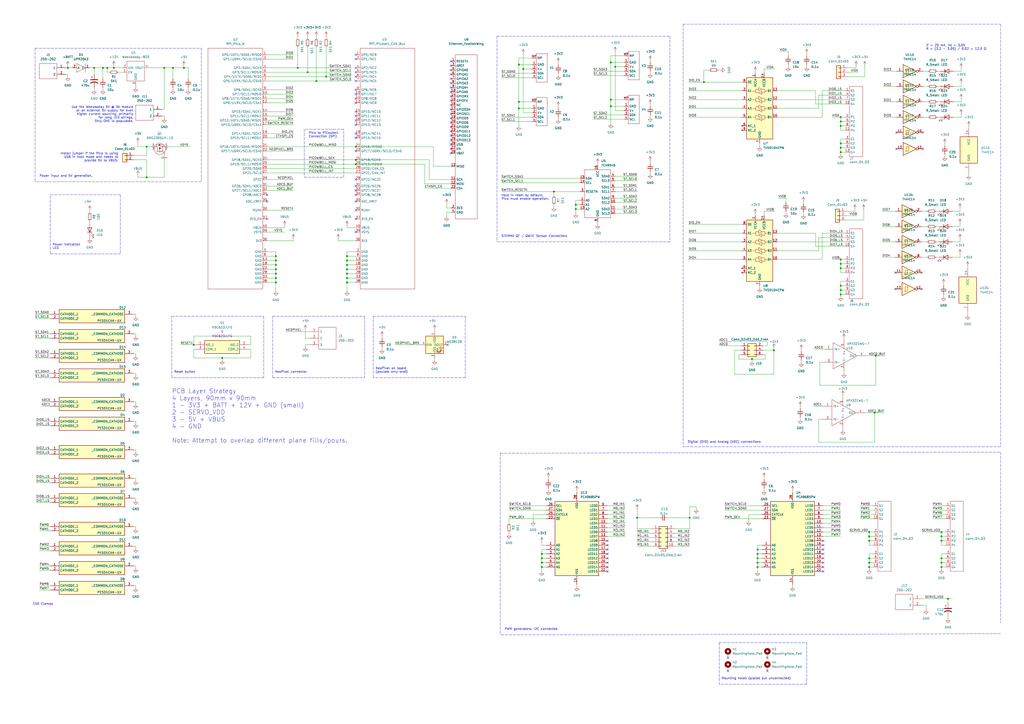
<source format=kicad_sch>
(kicad_sch (version 20211123) (generator eeschema)
  (paper "A2")
  (junction (at 487.68 85.725))
  (junction (at 95.25 39.37))
  (junction (at 334.01 121.285))
  (junction (at 487.68 153.035))
  (junction (at 408.305 47.625))
  (junction (at 369.57 300.355))
  (junction (at 183.515 46.99))
  (junction (at 85.09 85.09))
  (junction (at 201.295 161.29))
  (junction (at 546.1 328.93))
  (junction (at 439.42 318.77))
  (junction (at 160.02 158.75))
  (junction (at 39.37 39.37))
  (junction (at 206.375 95.25))
  (junction (at 354.33 36.195))
  (junction (at 314.325 323.85))
  (junction (at 300.99 62.865))
  (junction (at 100.33 39.37))
  (junction (at 59.69 39.37))
  (junction (at 66.04 39.37))
  (junction (at 487.68 165.735))
  (junction (at 507.365 239.395))
  (junction (at 546.1 326.39))
  (junction (at 400.05 300.355))
  (junction (at 508 206.375))
  (junction (at 314.325 321.31))
  (junction (at 487.68 155.575))
  (junction (at 303.53 40.005))
  (junction (at 314.325 328.93))
  (junction (at 128.905 207.645))
  (junction (at 300.99 37.465))
  (junction (at 504.19 326.39))
  (junction (at 356.87 38.735))
  (junction (at 201.295 151.13))
  (junction (at 112.395 200.025))
  (junction (at 504.19 313.69))
  (junction (at 439.42 323.85))
  (junction (at 504.19 323.85))
  (junction (at 487.68 83.185))
  (junction (at 546.1 311.15))
  (junction (at 160.02 151.13))
  (junction (at 546.1 313.69))
  (junction (at 54.61 39.37))
  (junction (at 546.1 308.61))
  (junction (at 62.23 39.37))
  (junction (at 487.68 73.025))
  (junction (at 201.295 153.67))
  (junction (at 160.02 148.59))
  (junction (at 201.295 158.75))
  (junction (at 448.945 203.2))
  (junction (at 546.1 323.85))
  (junction (at 201.295 163.83))
  (junction (at 201.295 148.59))
  (junction (at 206.375 92.71))
  (junction (at 487.68 70.485))
  (junction (at 160.02 156.21))
  (junction (at 334.01 118.745))
  (junction (at 504.19 311.15))
  (junction (at 314.325 326.39))
  (junction (at 85.09 102.87))
  (junction (at 160.02 163.83))
  (junction (at 504.19 328.93))
  (junction (at 321.31 111.125))
  (junction (at 160.02 161.29))
  (junction (at 189.23 44.45))
  (junction (at 160.02 153.67))
  (junction (at 178.435 41.91))
  (junction (at 300.99 59.055))
  (junction (at 106.68 39.37))
  (junction (at 504.19 308.61))
  (junction (at 354.33 57.785))
  (junction (at 487.68 67.945))
  (junction (at 172.72 39.37))
  (junction (at 487.68 150.495))
  (junction (at 354.33 61.595))
  (junction (at 487.68 170.815))
  (junction (at 201.295 156.21))
  (junction (at 439.42 326.39))
  (junction (at 439.42 328.93))
  (junction (at 206.375 85.09))
  (junction (at 439.42 321.31))
  (junction (at 436.245 208.28))
  (junction (at 487.68 88.265))
  (junction (at 487.68 168.275))
  (junction (at 549.91 347.345))
  (no_connect (at 445.135 389.255))
  (no_connect (at 261.62 60.96))
  (no_connect (at 261.62 55.88))
  (no_connect (at 261.62 58.42))
  (no_connect (at 261.62 53.34))
  (no_connect (at 261.62 50.8))
  (no_connect (at 261.62 40.64))
  (no_connect (at 261.62 35.56))
  (no_connect (at 261.62 38.1))
  (no_connect (at 261.62 43.18))
  (no_connect (at 261.62 45.72))
  (no_connect (at 261.62 48.26))
  (no_connect (at 261.62 73.66))
  (no_connect (at 261.62 68.58))
  (no_connect (at 261.62 71.12))
  (no_connect (at 261.62 66.04))
  (no_connect (at 261.62 63.5))
  (no_connect (at 261.62 76.2))
  (no_connect (at 261.62 78.74))
  (no_connect (at 261.62 81.28))
  (no_connect (at 261.62 83.82))
  (no_connect (at 261.62 88.9))
  (no_connect (at 261.62 86.36))
  (no_connect (at 259.715 200.025))
  (no_connect (at 520.065 76.835))
  (no_connect (at 520.065 86.36))
  (no_connect (at 535.305 86.36))
  (no_connect (at 535.305 76.835))
  (no_connect (at 206.375 104.14))
  (no_connect (at 206.375 107.95))
  (no_connect (at 206.375 127))
  (no_connect (at 206.375 110.49))
  (no_connect (at 206.375 113.03))
  (no_connect (at 206.375 116.84))
  (no_connect (at 206.375 121.92))
  (no_connect (at 206.375 87.63))
  (no_connect (at 206.375 134.62))
  (no_connect (at 422.275 389.255))
  (no_connect (at 534.67 167.64))
  (no_connect (at 477.52 331.47))
  (no_connect (at 477.52 321.31))
  (no_connect (at 477.52 328.93))
  (no_connect (at 477.52 316.23))
  (no_connect (at 477.52 323.85))
  (no_connect (at 477.52 326.39))
  (no_connect (at 477.52 318.77))
  (no_connect (at 477.52 313.69))
  (no_connect (at 352.425 321.31))
  (no_connect (at 352.425 318.77))
  (no_connect (at 352.425 316.23))
  (no_connect (at 352.425 313.69))
  (no_connect (at 352.425 323.85))
  (no_connect (at 352.425 331.47))
  (no_connect (at 352.425 328.93))
  (no_connect (at 352.425 326.39))
  (no_connect (at 154.94 116.84))
  (no_connect (at 206.375 67.31))
  (no_connect (at 206.375 69.85))
  (no_connect (at 206.375 72.39))
  (no_connect (at 206.375 77.47))
  (no_connect (at 206.375 41.91))
  (no_connect (at 206.375 44.45))
  (no_connect (at 206.375 46.99))
  (no_connect (at 206.375 52.07))
  (no_connect (at 206.375 39.37))
  (no_connect (at 206.375 34.29))
  (no_connect (at 206.375 31.75))
  (no_connect (at 206.375 54.61))
  (no_connect (at 206.375 57.15))
  (no_connect (at 206.375 59.69))
  (no_connect (at 206.375 64.77))
  (no_connect (at 206.375 80.01))
  (no_connect (at 422.275 381.635))
  (no_connect (at 519.43 167.64))
  (no_connect (at 519.43 158.115))
  (no_connect (at 534.67 158.115))
  (no_connect (at 154.94 127))
  (no_connect (at 445.135 381.635))
  (no_connect (at 154.94 113.03))
  (wire (pts (xy 452.12 29.845) (xy 457.2 29.845)))
  (wire (pts (xy 295.275 308.61) (xy 295.275 309.88)))
  (wire (pts (xy 154.94 139.7) (xy 170.18 139.7)))
  (wire (pts (xy 95.25 39.37) (xy 100.33 39.37)))
  (wire (pts (xy 489.585 196.215) (xy 489.585 197.485)))
  (wire (pts (xy 77.47 339.725) (xy 78.74 339.725)))
  (wire (pts (xy 408.305 47.625) (xy 430.53 47.625)))
  (wire (pts (xy 334.01 121.285) (xy 334.01 123.825)))
  (wire (pts (xy 344.17 41.275) (xy 361.95 41.275)))
  (wire (pts (xy 87.63 85.09) (xy 85.09 85.09)))
  (wire (pts (xy 482.6 150.495) (xy 487.68 150.495)))
  (wire (pts (xy 502.285 206.375) (xy 508 206.375)))
  (wire (pts (xy 543.56 59.055) (xy 545.465 59.055)))
  (wire (pts (xy 78.74 233.045) (xy 78.74 234.315)))
  (wire (pts (xy 477.52 298.45) (xy 487.68 298.45)))
  (polyline (pts (xy 216.535 183.515) (xy 269.875 183.515)))
  (wire (pts (xy 439.42 326.39) (xy 439.42 328.93)))
  (wire (pts (xy 261.62 96.52) (xy 251.46 96.52)))
  (wire (pts (xy 377.19 93.345) (xy 377.19 94.615)))
  (wire (pts (xy 399.415 57.785) (xy 430.53 57.785)))
  (wire (pts (xy 154.94 146.05) (xy 160.02 146.05)))
  (polyline (pts (xy 216.535 219.075) (xy 216.535 183.515)))
  (wire (pts (xy 356.87 117.475) (xy 369.57 117.475)))
  (wire (pts (xy 546.1 313.69) (xy 548.64 313.69)))
  (wire (pts (xy 448.945 203.2) (xy 448.945 217.17)))
  (wire (pts (xy 86.36 39.37) (xy 95.25 39.37)))
  (wire (pts (xy 201.295 151.13) (xy 206.375 151.13)))
  (wire (pts (xy 399.415 62.865) (xy 430.53 62.865)))
  (wire (pts (xy 314.325 323.85) (xy 314.325 326.39)))
  (wire (pts (xy 455.93 122.555) (xy 455.93 123.825)))
  (wire (pts (xy 20.955 291.465) (xy 29.21 291.465)))
  (wire (pts (xy 39.37 39.37) (xy 41.91 39.37)))
  (wire (pts (xy 252.095 207.645) (xy 252.095 208.915)))
  (wire (pts (xy 354.33 61.595) (xy 361.95 61.595)))
  (wire (pts (xy 308.61 40.005) (xy 303.53 40.005)))
  (wire (pts (xy 290.83 42.545) (xy 308.61 42.545)))
  (wire (pts (xy 22.86 307.975) (xy 29.21 307.975)))
  (wire (pts (xy 391.16 314.325) (xy 400.05 314.325)))
  (wire (pts (xy 475.615 223.52) (xy 508 223.52)))
  (wire (pts (xy 318.135 283.21) (xy 318.135 284.48)))
  (wire (pts (xy 487.68 73.025) (xy 487.68 70.485)))
  (wire (pts (xy 261.62 123.19) (xy 259.08 123.19)))
  (wire (pts (xy 346.71 128.905) (xy 346.71 130.175)))
  (wire (pts (xy 356.87 114.935) (xy 369.57 114.935)))
  (wire (pts (xy 511.81 149.225) (xy 519.43 149.225)))
  (wire (pts (xy 439.42 321.31) (xy 439.42 323.85)))
  (wire (pts (xy 511.81 122.555) (xy 519.43 122.555)))
  (wire (pts (xy 77.47 316.865) (xy 78.74 316.865)))
  (wire (pts (xy 295.275 303.53) (xy 295.275 300.99)))
  (wire (pts (xy 112.395 202.565) (xy 112.395 207.645)))
  (wire (pts (xy 534.67 122.555) (xy 537.845 122.555)))
  (wire (pts (xy 450.85 135.255) (xy 473.075 135.255)))
  (wire (pts (xy 369.57 316.865) (xy 378.46 316.865)))
  (wire (pts (xy 442.595 203.2) (xy 448.945 203.2)))
  (wire (pts (xy 490.855 125.095) (xy 497.205 125.095)))
  (wire (pts (xy 309.245 298.45) (xy 309.245 302.26)))
  (wire (pts (xy 314.325 326.39) (xy 316.865 326.39)))
  (wire (pts (xy 172.72 39.37) (xy 203.835 39.37)))
  (wire (pts (xy 303.53 65.405) (xy 303.53 40.005)))
  (wire (pts (xy 177.165 196.215) (xy 179.705 196.215)))
  (wire (pts (xy 457.2 29.845) (xy 457.2 32.385)))
  (wire (pts (xy 443.23 42.545) (xy 443.23 40.005)))
  (wire (pts (xy 154.94 92.71) (xy 206.375 92.71)))
  (wire (pts (xy 100.33 50.8) (xy 100.33 52.07)))
  (wire (pts (xy 487.68 150.495) (xy 490.22 150.495)))
  (wire (pts (xy 261.62 120.65) (xy 259.08 120.65)))
  (wire (pts (xy 487.68 153.035) (xy 490.22 153.035)))
  (wire (pts (xy 557.53 41.275) (xy 557.53 39.37)))
  (wire (pts (xy 443.23 276.86) (xy 443.23 278.13)))
  (wire (pts (xy 387.35 300.355) (xy 400.05 300.355)))
  (wire (pts (xy 542.925 131.445) (xy 544.83 131.445)))
  (wire (pts (xy 487.68 88.265) (xy 490.22 88.265)))
  (wire (pts (xy 154.94 64.77) (xy 170.18 64.77)))
  (wire (pts (xy 547.37 170.815) (xy 547.37 172.085)))
  (wire (pts (xy 314.325 316.23) (xy 314.325 314.325)))
  (wire (pts (xy 399.415 135.255) (xy 430.53 135.255)))
  (wire (pts (xy 490.22 158.115) (xy 487.68 158.115)))
  (wire (pts (xy 440.69 83.185) (xy 440.69 85.09)))
  (wire (pts (xy 504.19 328.93) (xy 506.73 328.93)))
  (wire (pts (xy 543.56 50.165) (xy 545.465 50.165)))
  (wire (pts (xy 154.94 46.99) (xy 183.515 46.99)))
  (wire (pts (xy 420.37 293.37) (xy 441.96 293.37)))
  (polyline (pts (xy 580.39 259.08) (xy 396.24 259.08)))
  (wire (pts (xy 466.09 123.19) (xy 466.09 124.46)))
  (wire (pts (xy 548.005 83.185) (xy 548.005 84.455)))
  (wire (pts (xy 439.42 316.23) (xy 439.42 318.77)))
  (wire (pts (xy 499.11 300.99) (xy 506.73 300.99)))
  (wire (pts (xy 443.23 40.005) (xy 449.58 40.005)))
  (wire (pts (xy 448.945 217.17) (xy 426.085 217.17)))
  (wire (pts (xy 59.69 39.37) (xy 59.69 45.72)))
  (wire (pts (xy 85.09 92.71) (xy 85.09 102.87)))
  (wire (pts (xy 20.32 205.105) (xy 29.21 205.105)))
  (wire (pts (xy 391.16 309.245) (xy 400.05 309.245)))
  (wire (pts (xy 443.23 283.21) (xy 443.23 284.48)))
  (wire (pts (xy 66.04 39.37) (xy 71.12 39.37)))
  (wire (pts (xy 561.975 73.025) (xy 561.975 74.295)))
  (wire (pts (xy 201.295 130.81) (xy 201.295 132.08)))
  (wire (pts (xy 172.72 20.955) (xy 172.72 22.225)))
  (wire (pts (xy 352.425 295.91) (xy 362.585 295.91)))
  (wire (pts (xy 160.02 153.67) (xy 160.02 156.21)))
  (polyline (pts (xy 20.32 27.94) (xy 116.84 27.94)))
  (wire (pts (xy 154.94 148.59) (xy 160.02 148.59)))
  (wire (pts (xy 352.425 293.37) (xy 362.585 293.37)))
  (wire (pts (xy 314.325 328.93) (xy 316.865 328.93)))
  (wire (pts (xy 20.955 260.985) (xy 29.21 260.985)))
  (wire (pts (xy 170.18 139.7) (xy 170.18 138.43)))
  (wire (pts (xy 308.61 37.465) (xy 300.99 37.465)))
  (wire (pts (xy 314.325 321.31) (xy 316.865 321.31)))
  (wire (pts (xy 439.42 323.85) (xy 439.42 326.39)))
  (wire (pts (xy 314.325 326.39) (xy 314.325 328.93)))
  (wire (pts (xy 443.23 122.555) (xy 449.58 122.555)))
  (wire (pts (xy 474.98 243.205) (xy 474.98 256.54)))
  (wire (pts (xy 467.995 37.465) (xy 467.995 38.735)))
  (wire (pts (xy 399.415 150.495) (xy 430.53 150.495)))
  (wire (pts (xy 377.19 60.325) (xy 377.19 61.595)))
  (wire (pts (xy 473.075 52.705) (xy 473.075 60.325)))
  (wire (pts (xy 400.05 306.705) (xy 400.05 300.355)))
  (polyline (pts (xy 153.035 183.515) (xy 153.035 219.075)))
  (wire (pts (xy 450.85 145.415) (xy 474.98 145.415)))
  (wire (pts (xy 534.67 308.61) (xy 546.1 308.61)))
  (wire (pts (xy 391.16 311.785) (xy 400.05 311.785)))
  (wire (pts (xy 178.435 27.305) (xy 178.435 41.91)))
  (wire (pts (xy 80.01 102.87) (xy 85.09 102.87)))
  (wire (pts (xy 511.81 131.445) (xy 519.43 131.445)))
  (wire (pts (xy 201.295 156.21) (xy 206.375 156.21)))
  (wire (pts (xy 201.295 153.67) (xy 201.295 151.13)))
  (wire (pts (xy 52.07 128.27) (xy 52.07 129.54)))
  (wire (pts (xy 504.19 313.69) (xy 506.73 313.69)))
  (wire (pts (xy 251.46 85.09) (xy 206.375 85.09)))
  (wire (pts (xy 416.56 40.64) (xy 417.83 40.64)))
  (wire (pts (xy 473.075 60.325) (xy 490.22 60.325)))
  (wire (pts (xy 546.1 328.93) (xy 546.1 330.2)))
  (wire (pts (xy 441.96 316.23) (xy 439.42 316.23)))
  (wire (pts (xy 356.87 102.235) (xy 369.57 102.235)))
  (wire (pts (xy 439.42 323.85) (xy 441.96 323.85)))
  (wire (pts (xy 261.62 106.68) (xy 246.38 106.68)))
  (wire (pts (xy 303.53 40.005) (xy 303.53 31.115)))
  (wire (pts (xy 145.415 207.645) (xy 145.415 202.565)))
  (wire (pts (xy 506.73 321.31) (xy 504.19 321.31)))
  (wire (pts (xy 93.98 63.5) (xy 95.25 63.5)))
  (wire (pts (xy 95.25 92.71) (xy 95.25 102.87)))
  (wire (pts (xy 488.95 248.285) (xy 488.95 249.555)))
  (wire (pts (xy 177.165 200.025) (xy 179.705 200.025)))
  (wire (pts (xy 178.435 41.91) (xy 203.835 41.91)))
  (wire (pts (xy 450.85 67.945) (xy 476.885 67.945)))
  (wire (pts (xy 476.885 135.255) (xy 490.22 135.255)))
  (wire (pts (xy 62.23 41.91) (xy 62.23 39.37)))
  (wire (pts (xy 417.195 198.12) (xy 445.135 198.12)))
  (wire (pts (xy 352.425 298.45) (xy 362.585 298.45)))
  (wire (pts (xy 546.1 323.85) (xy 546.1 326.39)))
  (wire (pts (xy 344.17 43.815) (xy 361.95 43.815)))
  (wire (pts (xy 459.74 284.48) (xy 459.74 285.75)))
  (wire (pts (xy 77.47 216.535) (xy 78.74 216.535)))
  (wire (pts (xy 478.155 210.185) (xy 475.615 210.185)))
  (wire (pts (xy 487.68 85.725) (xy 487.68 88.265)))
  (wire (pts (xy 477.52 243.205) (xy 474.98 243.205)))
  (wire (pts (xy 487.68 158.115) (xy 487.68 155.575)))
  (wire (pts (xy 420.37 295.91) (xy 441.96 295.91)))
  (wire (pts (xy 290.83 45.085) (xy 308.61 45.085)))
  (polyline (pts (xy 467.995 372.745) (xy 467.995 396.875)))
  (wire (pts (xy 78.74 205.105) (xy 78.74 206.375)))
  (wire (pts (xy 77.47 288.925) (xy 78.74 288.925)))
  (wire (pts (xy 491.49 41.91) (xy 497.84 41.91)))
  (wire (pts (xy 290.83 67.945) (xy 308.61 67.945)))
  (wire (pts (xy 391.16 306.705) (xy 400.05 306.705)))
  (wire (pts (xy 400.05 294.005) (xy 403.86 294.005)))
  (wire (pts (xy 541.02 293.37) (xy 548.64 293.37)))
  (wire (pts (xy 20.955 244.475) (xy 29.21 244.475)))
  (wire (pts (xy 201.295 148.59) (xy 201.295 146.05)))
  (wire (pts (xy 487.68 83.185) (xy 487.68 85.725)))
  (wire (pts (xy 300.99 59.055) (xy 300.99 62.865)))
  (wire (pts (xy 556.895 131.445) (xy 556.895 129.54)))
  (wire (pts (xy 20.32 193.675) (xy 29.21 193.675)))
  (wire (pts (xy 535.305 67.945) (xy 538.48 67.945)))
  (wire (pts (xy 346.71 94.615) (xy 346.71 95.885)))
  (wire (pts (xy 552.45 140.335) (xy 556.895 140.335)))
  (wire (pts (xy 177.165 201.295) (xy 177.165 200.025)))
  (wire (pts (xy 160.02 156.21) (xy 160.02 158.75)))
  (wire (pts (xy 487.68 170.815) (xy 487.68 172.085)))
  (wire (pts (xy 154.94 110.49) (xy 170.18 110.49)))
  (wire (pts (xy 507.365 239.395) (xy 513.08 239.395)))
  (wire (pts (xy 354.33 57.785) (xy 361.95 57.785)))
  (wire (pts (xy 356.87 38.735) (xy 356.87 29.845)))
  (wire (pts (xy 323.85 36.195) (xy 323.85 37.465)))
  (wire (pts (xy 369.57 300.355) (xy 382.27 300.355)))
  (wire (pts (xy 490.855 122.555) (xy 495.935 122.555)))
  (wire (pts (xy 399.415 52.705) (xy 430.53 52.705)))
  (wire (pts (xy 464.185 235.585) (xy 464.185 236.855)))
  (wire (pts (xy 78.74 288.925) (xy 78.74 290.195)))
  (polyline (pts (xy 580.39 262.255) (xy 580.39 361.315)))
  (wire (pts (xy 450.85 140.335) (xy 490.22 140.335)))
  (wire (pts (xy 290.83 111.125) (xy 321.31 111.125)))
  (wire (pts (xy 316.865 316.23) (xy 314.325 316.23)))
  (wire (pts (xy 450.85 150.495) (xy 476.885 150.495)))
  (wire (pts (xy 546.1 328.93) (xy 548.64 328.93)))
  (wire (pts (xy 549.91 347.345) (xy 552.45 347.345)))
  (wire (pts (xy 553.085 59.055) (xy 557.53 59.055)))
  (wire (pts (xy 455.93 114.935) (xy 455.93 117.475)))
  (wire (pts (xy 548.005 89.535) (xy 548.005 90.805)))
  (wire (pts (xy 259.08 120.65) (xy 259.08 118.11)))
  (wire (pts (xy 474.98 55.245) (xy 474.98 62.865)))
  (polyline (pts (xy 580.39 13.97) (xy 580.39 259.08)))
  (wire (pts (xy 154.94 161.29) (xy 160.02 161.29)))
  (wire (pts (xy 399.415 47.625) (xy 408.305 47.625)))
  (wire (pts (xy 68.58 41.91) (xy 71.12 41.91)))
  (wire (pts (xy 77.47 277.495) (xy 78.74 277.495)))
  (wire (pts (xy 542.925 140.335) (xy 544.83 140.335)))
  (polyline (pts (xy 158.115 219.075) (xy 211.455 219.075)))
  (wire (pts (xy 352.425 308.61) (xy 362.585 308.61)))
  (polyline (pts (xy 153.035 219.075) (xy 99.695 219.075)))
  (wire (pts (xy 323.85 61.595) (xy 323.85 62.865)))
  (wire (pts (xy 196.215 138.43) (xy 196.215 139.7)))
  (wire (pts (xy 377.19 66.675) (xy 377.19 67.945)))
  (wire (pts (xy 78.74 216.535) (xy 78.74 217.805)))
  (wire (pts (xy 201.295 146.05) (xy 206.375 146.05)))
  (wire (pts (xy 474.98 137.795) (xy 490.22 137.795)))
  (wire (pts (xy 417.195 200.66) (xy 429.895 200.66)))
  (polyline (pts (xy 176.53 74.93) (xy 176.53 102.87)))
  (wire (pts (xy 546.1 326.39) (xy 546.1 328.93)))
  (wire (pts (xy 183.515 20.955) (xy 183.515 22.225)))
  (wire (pts (xy 439.42 328.93) (xy 439.42 331.47)))
  (wire (pts (xy 557.53 59.055) (xy 557.53 57.15)))
  (polyline (pts (xy 99.695 219.075) (xy 99.695 183.515)))
  (wire (pts (xy 548.64 316.23) (xy 546.1 316.23)))
  (wire (pts (xy 154.94 151.13) (xy 160.02 151.13)))
  (wire (pts (xy 543.56 67.945) (xy 545.465 67.945)))
  (wire (pts (xy 52.07 137.16) (xy 52.07 138.43)))
  (polyline (pts (xy 290.195 262.89) (xy 290.195 368.3)))
  (wire (pts (xy 561.34 180.975) (xy 561.34 182.88)))
  (wire (pts (xy 334.01 118.745) (xy 334.01 121.285)))
  (wire (pts (xy 472.44 202.565) (xy 478.155 202.565)))
  (wire (pts (xy 420.37 300.99) (xy 441.96 300.99)))
  (wire (pts (xy 490.22 80.645) (xy 487.68 80.645)))
  (wire (pts (xy 39.37 39.37) (xy 39.37 38.1)))
  (wire (pts (xy 201.295 132.08) (xy 206.375 132.08)))
  (wire (pts (xy 464.185 241.935) (xy 464.185 243.205)))
  (wire (pts (xy 160.02 148.59) (xy 160.02 151.13)))
  (wire (pts (xy 369.57 300.355) (xy 369.57 306.705)))
  (wire (pts (xy 354.33 36.195) (xy 354.33 57.785)))
  (wire (pts (xy 541.02 295.91) (xy 548.64 295.91)))
  (wire (pts (xy 248.92 104.14) (xy 248.92 92.71)))
  (wire (pts (xy 323.85 42.545) (xy 323.85 43.815)))
  (wire (pts (xy 201.295 151.13) (xy 201.295 148.59)))
  (wire (pts (xy 154.94 41.91) (xy 178.435 41.91)))
  (wire (pts (xy 334.01 118.745) (xy 336.55 118.745)))
  (wire (pts (xy 391.16 316.865) (xy 400.05 316.865)))
  (wire (pts (xy 100.33 39.37) (xy 100.33 45.72)))
  (wire (pts (xy 38.1 39.37) (xy 39.37 39.37)))
  (wire (pts (xy 399.415 140.335) (xy 430.53 140.335)))
  (wire (pts (xy 109.22 50.8) (xy 109.22 52.07)))
  (wire (pts (xy 443.865 208.28) (xy 443.865 205.74)))
  (wire (pts (xy 504.19 316.23) (xy 504.19 313.69)))
  (wire (pts (xy 104.775 200.025) (xy 112.395 200.025)))
  (wire (pts (xy 475.615 210.185) (xy 475.615 223.52)))
  (wire (pts (xy 78.74 244.475) (xy 78.74 245.745)))
  (wire (pts (xy 553.085 67.945) (xy 557.53 67.945)))
  (wire (pts (xy 201.295 161.29) (xy 206.375 161.29)))
  (wire (pts (xy 436.245 208.28) (xy 443.865 208.28)))
  (wire (pts (xy 474.98 137.795) (xy 474.98 145.415)))
  (wire (pts (xy 318.135 276.86) (xy 318.135 278.13)))
  (wire (pts (xy 399.415 145.415) (xy 430.53 145.415)))
  (wire (pts (xy 369.57 306.705) (xy 378.46 306.705)))
  (wire (pts (xy 489.585 215.265) (xy 489.585 216.535)))
  (wire (pts (xy 308.61 33.655) (xy 300.99 33.655)))
  (wire (pts (xy 487.68 70.485) (xy 490.22 70.485)))
  (wire (pts (xy 54.61 39.37) (xy 54.61 43.18)))
  (wire (pts (xy 487.68 83.185) (xy 490.22 83.185)))
  (wire (pts (xy 477.52 295.91) (xy 487.68 295.91)))
  (wire (pts (xy 561.34 154.305) (xy 561.34 155.575)))
  (wire (pts (xy 439.42 326.39) (xy 441.96 326.39)))
  (wire (pts (xy 160.02 163.83) (xy 160.02 168.91)))
  (wire (pts (xy 77.47 328.295) (xy 78.74 328.295)))
  (wire (pts (xy 246.38 109.22) (xy 261.62 109.22)))
  (wire (pts (xy 295.275 293.37) (xy 316.865 293.37)))
  (wire (pts (xy 434.34 298.45) (xy 434.34 302.26)))
  (wire (pts (xy 59.69 39.37) (xy 62.23 39.37)))
  (wire (pts (xy 356.87 121.285) (xy 369.57 121.285)))
  (wire (pts (xy 334.645 339.09) (xy 334.645 340.36)))
  (wire (pts (xy 474.98 55.245) (xy 490.22 55.245)))
  (wire (pts (xy 321.31 111.125) (xy 336.55 111.125)))
  (wire (pts (xy 22.86 330.835) (xy 29.21 330.835)))
  (wire (pts (xy 314.325 328.93) (xy 314.325 331.47)))
  (wire (pts (xy 334.645 284.48) (xy 334.645 285.75)))
  (wire (pts (xy 448.945 203.2) (xy 448.945 201.93)))
  (wire (pts (xy 20.32 207.645) (xy 29.21 207.645)))
  (wire (pts (xy 352.425 306.07) (xy 362.585 306.07)))
  (wire (pts (xy 201.295 163.83) (xy 201.295 161.29)))
  (wire (pts (xy 323.85 67.945) (xy 323.85 69.215)))
  (wire (pts (xy 487.68 163.195) (xy 487.68 165.735)))
  (wire (pts (xy 113.665 200.025) (xy 112.395 200.025)))
  (wire (pts (xy 512.445 59.055) (xy 520.065 59.055)))
  (wire (pts (xy 112.395 207.645) (xy 128.905 207.645)))
  (wire (pts (xy 22.86 339.725) (xy 29.21 339.725)))
  (wire (pts (xy 20.955 288.925) (xy 29.21 288.925)))
  (wire (pts (xy 535.305 41.275) (xy 538.48 41.275)))
  (wire (pts (xy 439.42 328.93) (xy 441.96 328.93)))
  (wire (pts (xy 290.83 106.045) (xy 336.55 106.045)))
  (wire (pts (xy 154.94 59.69) (xy 170.18 59.69)))
  (wire (pts (xy 77.47 193.675) (xy 78.74 193.675)))
  (wire (pts (xy 189.23 27.305) (xy 189.23 44.45)))
  (wire (pts (xy 356.87 64.135) (xy 356.87 38.735)))
  (wire (pts (xy 356.87 104.775) (xy 369.57 104.775)))
  (wire (pts (xy 154.94 134.62) (xy 165.1 134.62)))
  (wire (pts (xy 504.19 323.85) (xy 506.73 323.85)))
  (wire (pts (xy 549.91 347.345) (xy 549.91 349.885)))
  (wire (pts (xy 552.45 122.555) (xy 556.895 122.555)))
  (wire (pts (xy 78.74 277.495) (xy 78.74 278.765)))
  (polyline (pts (xy 199.39 74.93) (xy 176.53 74.93)))
  (wire (pts (xy 22.86 328.295) (xy 29.21 328.295)))
  (wire (pts (xy 154.94 77.47) (xy 170.18 77.47)))
  (wire (pts (xy 501.015 127.635) (xy 501.015 121.285)))
  (wire (pts (xy 361.95 32.385) (xy 354.33 32.385)))
  (polyline (pts (xy 158.115 183.515) (xy 211.455 183.515)))
  (wire (pts (xy 154.94 80.01) (xy 170.18 80.01)))
  (wire (pts (xy 154.94 39.37) (xy 172.72 39.37)))
  (wire (pts (xy 160.02 146.05) (xy 160.02 148.59)))
  (wire (pts (xy 464.82 202.565) (xy 464.82 203.835)))
  (polyline (pts (xy 20.32 27.94) (xy 20.32 105.41)))
  (wire (pts (xy 20.32 219.075) (xy 29.21 219.075)))
  (wire (pts (xy 506.73 316.23) (xy 504.19 316.23)))
  (wire (pts (xy 487.68 165.735) (xy 487.68 168.275)))
  (wire (pts (xy 77.47 90.17) (xy 85.09 90.17)))
  (wire (pts (xy 512.445 50.165) (xy 520.065 50.165)))
  (wire (pts (xy 549.91 357.505) (xy 549.91 358.775)))
  (wire (pts (xy 356.87 108.585) (xy 369.57 108.585)))
  (wire (pts (xy 154.94 163.83) (xy 160.02 163.83)))
  (wire (pts (xy 112.395 194.945) (xy 145.415 194.945)))
  (polyline (pts (xy 288.29 20.955) (xy 288.29 140.335)))
  (wire (pts (xy 399.415 130.175) (xy 430.53 130.175)))
  (wire (pts (xy 85.09 85.09) (xy 80.01 85.09)))
  (wire (pts (xy 95.25 39.37) (xy 95.25 63.5)))
  (wire (pts (xy 477.52 311.15) (xy 487.68 311.15)))
  (wire (pts (xy 546.1 321.31) (xy 546.1 323.85)))
  (wire (pts (xy 557.53 67.945) (xy 557.53 66.04)))
  (wire (pts (xy 556.895 122.555) (xy 556.895 120.65)))
  (wire (pts (xy 85.09 90.17) (xy 85.09 85.09)))
  (wire (pts (xy 477.52 303.53) (xy 487.68 303.53)))
  (wire (pts (xy 445.135 198.12) (xy 445.135 200.66)))
  (wire (pts (xy 556.895 140.335) (xy 556.895 138.43)))
  (wire (pts (xy 508 223.52) (xy 508 206.375)))
  (wire (pts (xy 300.99 37.465) (xy 300.99 59.055)))
  (wire (pts (xy 492.76 308.61) (xy 504.19 308.61)))
  (wire (pts (xy 248.92 92.71) (xy 206.375 92.71)))
  (wire (pts (xy 438.15 123.825) (xy 438.15 125.095)))
  (wire (pts (xy 487.68 155.575) (xy 490.22 155.575)))
  (wire (pts (xy 321.31 118.745) (xy 321.31 120.015)))
  (wire (pts (xy 504.19 308.61) (xy 506.73 308.61)))
  (wire (pts (xy 54.61 50.8) (xy 54.61 52.07)))
  (wire (pts (xy 546.1 308.61) (xy 548.64 308.61)))
  (wire (pts (xy 548.64 321.31) (xy 546.1 321.31)))
  (wire (pts (xy 77.47 92.71) (xy 85.09 92.71)))
  (wire (pts (xy 474.98 256.54) (xy 507.365 256.54)))
  (wire (pts (xy 476.885 52.705) (xy 476.885 67.945)))
  (wire (pts (xy 229.235 200.025) (xy 244.475 200.025)))
  (wire (pts (xy 38.1 43.18) (xy 39.37 43.18)))
  (wire (pts (xy 344.17 69.215) (xy 361.95 69.215)))
  (wire (pts (xy 552.45 149.225) (xy 556.895 149.225)))
  (wire (pts (xy 411.48 40.64) (xy 408.305 40.64)))
  (wire (pts (xy 183.515 46.99) (xy 203.835 46.99)))
  (wire (pts (xy 154.94 104.14) (xy 170.18 104.14)))
  (wire (pts (xy 361.95 36.195) (xy 354.33 36.195)))
  (wire (pts (xy 22.86 319.405) (xy 29.21 319.405)))
  (wire (pts (xy 145.415 202.565) (xy 144.145 202.565)))
  (wire (pts (xy 78.74 328.295) (xy 78.74 329.565)))
  (wire (pts (xy 542.925 122.555) (xy 544.83 122.555)))
  (wire (pts (xy 201.295 148.59) (xy 206.375 148.59)))
  (wire (pts (xy 466.09 116.84) (xy 466.09 118.11)))
  (wire (pts (xy 77.47 305.435) (xy 78.74 305.435)))
  (wire (pts (xy 552.45 131.445) (xy 556.895 131.445)))
  (wire (pts (xy 356.87 111.125) (xy 369.57 111.125)))
  (wire (pts (xy 246.38 106.68) (xy 246.38 95.25)))
  (wire (pts (xy 154.94 72.39) (xy 170.18 72.39)))
  (wire (pts (xy 546.1 311.15) (xy 548.64 311.15)))
  (wire (pts (xy 476.885 150.495) (xy 476.885 135.255)))
  (wire (pts (xy 39.37 43.18) (xy 39.37 44.45)))
  (wire (pts (xy 154.94 54.61) (xy 170.18 54.61)))
  (wire (pts (xy 316.865 298.45) (xy 309.245 298.45)))
  (wire (pts (xy 557.53 50.165) (xy 557.53 48.26)))
  (wire (pts (xy 20.32 196.215) (xy 29.21 196.215)))
  (wire (pts (xy 78.74 339.725) (xy 78.74 340.995)))
  (wire (pts (xy 314.325 318.77) (xy 316.865 318.77)))
  (wire (pts (xy 59.69 50.8) (xy 59.69 52.07)))
  (wire (pts (xy 546.1 316.23) (xy 546.1 313.69)))
  (wire (pts (xy 183.515 27.305) (xy 183.515 46.99)))
  (wire (pts (xy 482.6 67.945) (xy 487.68 67.945)))
  (wire (pts (xy 308.61 65.405) (xy 303.53 65.405)))
  (wire (pts (xy 109.22 45.72) (xy 109.22 39.37)))
  (wire (pts (xy 495.935 122.555) (xy 495.935 121.285)))
  (wire (pts (xy 369.57 311.785) (xy 378.46 311.785)))
  (wire (pts (xy 451.485 114.935) (xy 455.93 114.935)))
  (wire (pts (xy 369.57 309.245) (xy 378.46 309.245)))
  (polyline (pts (xy 199.39 102.87) (xy 199.39 74.93)))
  (wire (pts (xy 78.74 182.245) (xy 78.74 183.515)))
  (wire (pts (xy 439.42 321.31) (xy 441.96 321.31)))
  (wire (pts (xy 201.295 168.91) (xy 201.295 163.83)))
  (wire (pts (xy 450.85 62.865) (xy 474.98 62.865)))
  (wire (pts (xy 477.52 293.37) (xy 487.68 293.37)))
  (wire (pts (xy 165.1 132.08) (xy 165.1 130.81)))
  (wire (pts (xy 77.47 233.045) (xy 78.74 233.045)))
  (wire (pts (xy 534.67 140.335) (xy 537.845 140.335)))
  (wire (pts (xy 546.1 326.39) (xy 548.64 326.39)))
  (wire (pts (xy 100.33 39.37) (xy 106.68 39.37)))
  (polyline (pts (xy 158.115 219.075) (xy 158.115 183.515)))
  (wire (pts (xy 321.31 111.125) (xy 321.31 113.665)))
  (wire (pts (xy 165.735 192.405) (xy 179.705 192.405)))
  (wire (pts (xy 487.68 70.485) (xy 487.68 67.945)))
  (wire (pts (xy 487.68 165.735) (xy 490.22 165.735)))
  (wire (pts (xy 471.805 235.585) (xy 477.52 235.585)))
  (wire (pts (xy 487.68 67.945) (xy 490.22 67.945)))
  (wire (pts (xy 464.82 208.915) (xy 464.82 210.185)))
  (wire (pts (xy 52.07 39.37) (xy 54.61 39.37)))
  (wire (pts (xy 429.895 205.74) (xy 428.625 205.74)))
  (wire (pts (xy 403.86 294.005) (xy 403.86 295.275)))
  (wire (pts (xy 537.21 351.155) (xy 534.67 351.155)))
  (wire (pts (xy 473.075 52.705) (xy 450.85 52.705)))
  (polyline (pts (xy 99.695 183.515) (xy 153.035 183.515)))
  (wire (pts (xy 504.19 326.39) (xy 506.73 326.39)))
  (wire (pts (xy 201.295 158.75) (xy 201.295 156.21)))
  (wire (pts (xy 106.68 39.37) (xy 109.22 39.37)))
  (wire (pts (xy 504.19 328.93) (xy 504.19 330.2)))
  (polyline (pts (xy 116.84 27.94) (xy 116.84 105.41)))
  (wire (pts (xy 154.94 52.07) (xy 170.18 52.07)))
  (polyline (pts (xy 417.195 372.745) (xy 417.195 396.875)))
  (wire (pts (xy 354.33 57.785) (xy 354.33 61.595)))
  (wire (pts (xy 145.415 200.025) (xy 144.145 200.025)))
  (polyline (pts (xy 116.84 105.41) (xy 20.32 105.41)))
  (wire (pts (xy 154.94 121.92) (xy 170.18 121.92)))
  (wire (pts (xy 490.22 75.565) (xy 487.68 75.565)))
  (wire (pts (xy 128.905 207.645) (xy 145.415 207.645)))
  (wire (pts (xy 300.99 62.865) (xy 308.61 62.865)))
  (wire (pts (xy 24.13 233.045) (xy 29.21 233.045)))
  (wire (pts (xy 487.68 170.815) (xy 490.22 170.815)))
  (wire (pts (xy 491.49 39.37) (xy 496.57 39.37)))
  (wire (pts (xy 487.68 73.025) (xy 490.22 73.025)))
  (wire (pts (xy 201.295 163.83) (xy 206.375 163.83)))
  (polyline (pts (xy 288.29 20.955) (xy 388.62 20.955)))
  (polyline (pts (xy 417.195 372.745) (xy 467.995 372.745)))
  (wire (pts (xy 154.94 69.85) (xy 170.18 69.85)))
  (wire (pts (xy 487.68 88.265) (xy 487.68 89.535)))
  (wire (pts (xy 22.86 316.865) (xy 29.21 316.865)))
  (wire (pts (xy 354.33 32.385) (xy 354.33 36.195)))
  (wire (pts (xy 441.96 298.45) (xy 434.34 298.45)))
  (wire (pts (xy 352.425 300.99) (xy 362.585 300.99)))
  (wire (pts (xy 78.74 260.985) (xy 78.74 262.255)))
  (polyline (pts (xy 29.21 147.32) (xy 29.21 113.03)))
  (wire (pts (xy 473.075 142.875) (xy 490.22 142.875)))
  (wire (pts (xy 356.87 123.825) (xy 369.57 123.825)))
  (wire (pts (xy 457.2 37.465) (xy 457.2 38.735)))
  (wire (pts (xy 499.11 298.45) (xy 506.73 298.45)))
  (wire (pts (xy 534.67 131.445) (xy 537.845 131.445)))
  (wire (pts (xy 361.95 64.135) (xy 356.87 64.135)))
  (wire (pts (xy 221.615 201.295) (xy 221.615 202.565)))
  (wire (pts (xy 80.01 102.87) (xy 80.01 101.6)))
  (wire (pts (xy 290.83 103.505) (xy 336.55 103.505)))
  (polyline (pts (xy 467.995 396.875) (xy 417.195 396.875)))
  (wire (pts (xy 93.98 67.31) (xy 95.25 67.31)))
  (wire (pts (xy 450.85 57.785) (xy 490.22 57.785)))
  (wire (pts (xy 537.21 353.695) (xy 537.21 351.155)))
  (wire (pts (xy 476.885 52.705) (xy 490.22 52.705)))
  (wire (pts (xy 541.02 298.45) (xy 548.64 298.45)))
  (wire (pts (xy 85.09 102.87) (xy 95.25 102.87)))
  (wire (pts (xy 77.47 244.475) (xy 78.74 244.475)))
  (wire (pts (xy 442.595 205.74) (xy 443.865 205.74)))
  (wire (pts (xy 154.94 87.63) (xy 170.18 87.63)))
  (wire (pts (xy 78.74 49.53) (xy 78.74 50.8)))
  (polyline (pts (xy 388.62 140.335) (xy 288.29 140.335)))
  (wire (pts (xy 201.295 153.67) (xy 206.375 153.67)))
  (wire (pts (xy 487.68 75.565) (xy 487.68 73.025)))
  (wire (pts (xy 508 206.375) (xy 513.715 206.375)))
  (wire (pts (xy 22.86 342.265) (xy 29.21 342.265)))
  (wire (pts (xy 177.165 191.135) (xy 177.165 196.215)))
  (wire (pts (xy 501.65 44.45) (xy 501.65 38.1)))
  (wire (pts (xy 507.365 256.54) (xy 507.365 239.395)))
  (wire (pts (xy 154.94 97.79) (xy 206.375 97.79)))
  (wire (pts (xy 511.81 140.335) (xy 519.43 140.335)))
  (wire (pts (xy 300.99 59.055) (xy 308.61 59.055)))
  (wire (pts (xy 442.595 200.66) (xy 445.135 200.66)))
  (wire (pts (xy 361.95 38.735) (xy 356.87 38.735)))
  (wire (pts (xy 352.425 303.53) (xy 362.585 303.53)))
  (wire (pts (xy 160.02 151.13) (xy 160.02 153.67)))
  (wire (pts (xy 154.94 44.45) (xy 189.23 44.45)))
  (wire (pts (xy 62.23 39.37) (xy 66.04 39.37)))
  (wire (pts (xy 78.74 316.865) (xy 78.74 318.135)))
  (wire (pts (xy 428.625 208.28) (xy 436.245 208.28)))
  (polyline (pts (xy 69.85 147.32) (xy 29.21 147.32)))
  (wire (pts (xy 499.11 295.91) (xy 506.73 295.91)))
  (wire (pts (xy 221.615 194.945) (xy 221.615 196.215)))
  (wire (pts (xy 491.49 44.45) (xy 501.65 44.45)))
  (wire (pts (xy 172.72 27.305) (xy 172.72 39.37)))
  (polyline (pts (xy 29.21 113.03) (xy 69.85 113.03)))
  (wire (pts (xy 112.395 200.025) (xy 112.395 194.945)))
  (wire (pts (xy 20.955 247.015) (xy 29.21 247.015)))
  (wire (pts (xy 487.68 85.725) (xy 490.22 85.725)))
  (wire (pts (xy 66.04 38.1) (xy 66.04 39.37)))
  (wire (pts (xy 154.94 57.15) (xy 170.18 57.15)))
  (wire (pts (xy 154.94 158.75) (xy 160.02 158.75)))
  (polyline (pts (xy 211.455 183.515) (xy 211.455 219.075)))
  (wire (pts (xy 499.11 293.37) (xy 506.73 293.37)))
  (wire (pts (xy 561.975 99.695) (xy 561.975 101.6)))
  (polyline (pts (xy 388.62 20.955) (xy 388.62 140.335)))
  (wire (pts (xy 160.02 161.29) (xy 160.02 163.83)))
  (wire (pts (xy 512.445 67.945) (xy 520.065 67.945)))
  (wire (pts (xy 95.25 67.31) (xy 95.25 68.58)))
  (wire (pts (xy 145.415 194.945) (xy 145.415 200.025)))
  (wire (pts (xy 22.86 305.435) (xy 29.21 305.435)))
  (wire (pts (xy 553.085 41.275) (xy 557.53 41.275)))
  (wire (pts (xy 160.02 158.75) (xy 160.02 161.29)))
  (wire (pts (xy 512.445 41.275) (xy 520.065 41.275)))
  (polyline (pts (xy 176.53 102.87) (xy 199.39 102.87)))
  (wire (pts (xy 426.085 217.17) (xy 426.085 203.2)))
  (polyline (pts (xy 290.195 262.89) (xy 580.39 262.255)))
  (wire (pts (xy 295.275 295.91) (xy 316.865 295.91)))
  (wire (pts (xy 54.61 39.37) (xy 59.69 39.37)))
  (wire (pts (xy 542.925 149.225) (xy 544.83 149.225)))
  (wire (pts (xy 504.19 311.15) (xy 504.19 308.61)))
  (wire (pts (xy 201.295 156.21) (xy 201.295 153.67)))
  (wire (pts (xy 154.94 107.95) (xy 170.18 107.95)))
  (wire (pts (xy 546.1 311.15) (xy 546.1 308.61)))
  (wire (pts (xy 534.67 347.345) (xy 549.91 347.345)))
  (wire (pts (xy 77.47 205.105) (xy 78.74 205.105)))
  (wire (pts (xy 314.325 323.85) (xy 316.865 323.85)))
  (wire (pts (xy 154.94 132.08) (xy 165.1 132.08)))
  (polyline (pts (xy 396.24 13.97) (xy 580.39 13.97)))
  (wire (pts (xy 408.305 40.64) (xy 408.305 47.625)))
  (wire (pts (xy 246.38 95.25) (xy 206.375 95.25)))
  (wire (pts (xy 251.46 96.52) (xy 251.46 85.09)))
  (wire (pts (xy 487.68 155.575) (xy 487.68 153.035)))
  (wire (pts (xy 467.995 31.115) (xy 467.995 32.385)))
  (wire (pts (xy 24.13 235.585) (xy 29.21 235.585)))
  (wire (pts (xy 154.94 100.33) (xy 206.375 100.33)))
  (wire (pts (xy 154.94 31.75) (xy 170.18 31.75)))
  (wire (pts (xy 443.23 125.095) (xy 443.23 122.555)))
  (wire (pts (xy 504.19 323.85) (xy 504.19 326.39)))
  (wire (pts (xy 106.68 38.1) (xy 106.68 39.37)))
  (wire (pts (xy 400.05 294.005) (xy 400.05 300.355)))
  (wire (pts (xy 439.42 318.77) (xy 441.96 318.77)))
  (wire (pts (xy 535.305 50.165) (xy 538.48 50.165)))
  (wire (pts (xy 154.94 153.67) (xy 160.02 153.67)))
  (wire (pts (xy 487.68 153.035) (xy 487.68 150.495)))
  (wire (pts (xy 196.215 139.7) (xy 206.375 139.7)))
  (wire (pts (xy 259.08 123.19) (xy 259.08 125.73)))
  (wire (pts (xy 504.19 311.15) (xy 506.73 311.15)))
  (wire (pts (xy 300.99 62.865) (xy 300.99 73.025)))
  (wire (pts (xy 154.94 67.31) (xy 170.18 67.31)))
  (wire (pts (xy 201.295 161.29) (xy 201.295 158.75)))
  (wire (pts (xy 97.79 85.09) (xy 110.49 85.09)))
  (wire (pts (xy 334.01 116.205) (xy 334.01 118.745)))
  (wire (pts (xy 344.17 66.675) (xy 361.95 66.675)))
  (wire (pts (xy 534.67 149.225) (xy 537.845 149.225)))
  (wire (pts (xy 477.52 308.61) (xy 487.68 308.61)))
  (polyline (pts (xy 396.24 13.97) (xy 396.24 259.08)))
  (wire (pts (xy 436.245 208.28) (xy 436.245 209.55)))
  (wire (pts (xy 473.075 142.875) (xy 473.075 135.255)))
  (wire (pts (xy 77.47 260.985) (xy 78.74 260.985)))
  (wire (pts (xy 535.305 59.055) (xy 538.48 59.055)))
  (wire (pts (xy 477.52 306.07) (xy 487.68 306.07)))
  (wire (pts (xy 201.295 158.75) (xy 206.375 158.75)))
  (wire (pts (xy 377.19 34.925) (xy 377.19 36.195)))
  (wire (pts (xy 334.01 121.285) (xy 336.55 121.285)))
  (wire (pts (xy 154.94 95.25) (xy 206.375 95.25)))
  (wire (pts (xy 290.83 70.485) (xy 308.61 70.485)))
  (wire (pts (xy 369.57 295.275) (xy 369.57 300.355)))
  (wire (pts (xy 336.55 116.205) (xy 334.01 116.205)))
  (wire (pts (xy 295.275 300.99) (xy 316.865 300.99)))
  (wire (pts (xy 426.085 203.2) (xy 429.895 203.2)))
  (wire (pts (xy 488.95 229.235) (xy 488.95 230.505)))
  (wire (pts (xy 78.74 193.675) (xy 78.74 194.945)))
  (wire (pts (xy 487.68 168.275) (xy 490.22 168.275)))
  (wire (pts (xy 20.32 216.535) (xy 29.21 216.535)))
  (wire (pts (xy 377.19 41.275) (xy 377.19 42.545)))
  (wire (pts (xy 77.47 182.245) (xy 78.74 182.245)))
  (wire (pts (xy 314.325 321.31) (xy 314.325 323.85)))
  (wire (pts (xy 20.32 184.785) (xy 29.21 184.785)))
  (wire (pts (xy 300.99 33.655) (xy 300.99 37.465)))
  (wire (pts (xy 504.19 321.31) (xy 504.19 323.85)))
  (wire (pts (xy 113.665 202.565) (xy 112.395 202.565)))
  (wire (pts (xy 63.5 41.91) (xy 62.23 41.91)))
  (wire (pts (xy 261.62 104.14) (xy 248.92 104.14)))
  (wire (pts (xy 20.955 263.525) (xy 29.21 263.525)))
  (polyline (pts (xy 580.39 367.665) (xy 290.195 368.3)))
  (wire (pts (xy 543.56 41.275) (xy 545.465 41.275)))
  (wire (pts (xy 553.085 50.165) (xy 557.53 50.165)))
  (wire (pts (xy 504.19 313.69) (xy 504.19 311.15)))
  (wire (pts (xy 128.905 207.645) (xy 128.905 208.915)))
  (wire (pts (xy 428.625 205.74) (xy 428.625 208.28)))
  (wire (pts (xy 20.955 280.035) (xy 29.21 280.035)))
  (wire (pts (xy 439.42 318.77) (xy 439.42 321.31)))
  (wire (pts (xy 352.425 311.15) (xy 362.585 311.15)))
  (wire (pts (xy 490.22 163.195) (xy 487.68 163.195)))
  (wire (pts (xy 487.68 80.645) (xy 487.68 83.185)))
  (wire (pts (xy 459.74 339.09) (xy 459.74 340.36)))
  (wire (pts (xy 369.57 314.325) (xy 378.46 314.325)))
  (wire (pts (xy 438.15 41.275) (xy 438.15 42.545)))
  (wire (pts (xy 546.1 323.85) (xy 548.64 323.85)))
  (wire (pts (xy 154.94 85.09) (xy 206.375 85.09)))
  (wire (pts (xy 189.23 44.45) (xy 203.835 44.45)))
  (wire (pts (xy 189.23 20.955) (xy 189.23 22.225)))
  (wire (pts (xy 487.68 168.275) (xy 487.68 170.815)))
  (polyline (pts (xy 269.875 219.075) (xy 216.535 219.075)))
  (wire (pts (xy 547.37 164.465) (xy 547.37 165.735)))
  (wire (pts (xy 78.74 305.435) (xy 78.74 306.705)))
  (wire (pts (xy 154.94 34.29) (xy 170.18 34.29)))
  (wire (pts (xy 490.855 127.635) (xy 501.015 127.635)))
  (wire (pts (xy 377.19 99.695) (xy 377.19 100.965)))
  (polyline (pts (xy 269.875 183.515) (xy 269.875 219.075)))
  (wire (pts (xy 52.07 121.92) (xy 52.07 123.19)))
  (wire (pts (xy 154.94 156.21) (xy 160.02 156.21)))
  (polyline (pts (xy 69.85 113.03) (xy 69.85 147.32)))
  (wire (pts (xy 477.52 300.99) (xy 487.68 300.99)))
  (wire (pts (xy 556.895 149.225) (xy 556.895 147.32)))
  (wire (pts (xy 80.01 85.09) (xy 80.01 82.55)))
  (wire (pts (xy 440.69 165.735) (xy 440.69 167.005)))
  (wire (pts (xy 501.65 239.395) (xy 507.365 239.395)))
  (wire (pts (xy 354.33 61.595) (xy 354.33 71.755)))
  (wire (pts (xy 496.57 39.37) (xy 496.57 38.1)))
  (wire (pts (xy 252.095 191.135) (xy 252.095 192.405)))
  (wire (pts (xy 399.415 67.945) (xy 430.53 67.945)))
  (wire (pts (xy 504.19 326.39) (xy 504.19 328.93)))
  (wire (pts (xy 178.435 20.955) (xy 178.435 22.225)))
  (wire (pts (xy 20.955 277.495) (xy 29.21 277.495)))
  (wire (pts (xy 314.325 318.77) (xy 314.325 321.31)))
  (wire (pts (xy 541.02 300.99) (xy 548.64 300.99)))
  (wire (pts (xy 546.1 313.69) (xy 546.1 311.15)))
  (wire (pts (xy 20.32 182.245) (xy 29.21 182.245)))
  (text "Power input and 5V generation." (at 22.86 102.87 0) (effects (font (size 1.27 1.27)) (justify left bottom)))
  (text "Reset button" (at 100.965 216.535 0) (effects (font (size 1.27 1.27)) (justify left bottom)))
  (text "Use the Weewooday 5V @ 3A module\nor an external 5V supply for even\nhigher current sourcing, primarily\nfor long LED strings.\nOnly ONE is populated." (at 77.47 71.12 180) (effects (font (size 1.27 1.27)) (justify right bottom)))
  (text "Pico to PiCowbell\nConnection (SPI)" (at 179.07 80.01 0) (effects (font (size 1.27 1.27)) (justify left bottom)))
  (text "Hold in reset by default.\nPico must enable operation." (at 290.83 116.205 0) (effects (font (size 1.27 1.27)) (justify left bottom)))
  (text "Power indication\nLED" (at 30.48 144.78 0) (effects (font (size 1.27 1.27)) (justify left bottom)))
  (text "NeoPixel on board\n(poulate only one!)" (at 217.805 216.535 0) (effects (font (size 1.27 1.27)) (justify left bottom)))
  (text "Install jumper if the Pico is using\nUSB in host mode and needs to\nprovide 5V to VBUS." (at 68.58 93.98 180) (effects (font (size 1.27 1.27)) (justify right bottom)))
  (text "If = 20 mA, Vd = 3.05\nR = (3.3 - 3.05) / 0.02 = 12.5 Ω" (at 537.21 29.21 0) (effects (font (size 1.27 1.27)) (justify left bottom)))
  (text "Digital (DIO) and Analog (ADC) connections" (at 398.78 257.175 0) (effects (font (size 1.27 1.27)) (justify left bottom)))
  (text "NeoPixel connector" (at 159.385 216.535 0) (effects (font (size 1.27 1.27)) (justify left bottom)))
  (text "STEMMA QT / QWIIC Sensor Connectors" (at 290.83 137.795 0) (effects (font (size 1.27 1.27)) (justify left bottom)))
  (text "Mounting holes (plated but unconnected)" (at 418.465 394.335 0) (effects (font (size 1.27 1.27)) (justify left bottom)))
  (text "ESD Clamps" (at 19.05 351.155 0) (effects (font (size 1.27 1.27)) (justify left bottom)))
  (text "PWM generators; I2C connected" (at 292.735 365.76 0) (effects (font (size 1.27 1.27)) (justify left bottom)))
  (text "PCB Layer Strategy\n4 Layers, 90mm x 90mm\n1 - 3V3 + BATT + 12V + GND (small)\n2 - SERVO_VDD\n3 - 5V + VBUS\n4 - GND\n\nNote: Attempt to overlap different plane fills/pours." (at 99.695 257.175 0) (effects (font (size 2.54 2.54)) (justify left bottom)))
  (label "VIOA" (at 444.5 40.005 0))
  (label "PWM5" (at 487.68 306.07 180))
  (label "DIO3" (at 170.18 54.61 180))
  (label "NEOPIXEL_BRD" (at 229.235 200.025 0))
  (label "ST_SCL1" (at 20.32 196.215 0))
  (label "SWITCH_SDA1" (at 290.83 103.505 0))
  (label "ST_SDA2" (at 369.57 114.935 180))
  (label "M0_IN2" (at 400.05 309.245 180))
  (label "DIO2" (at 399.415 57.785 0))
  (label "ADC1_BUF" (at 513.08 239.395 180))
  (label "PICOWBELL_SCK" (at 179.07 92.71 0))
  (label "PICOWBELL_MISO" (at 179.07 85.09 0))
  (label "SERVO_VDD" (at 492.76 308.61 0))
  (label "ADC0" (at 417.195 200.66 0))
  (label "DIO3" (at 512.445 41.275 0))
  (label "PWM_OEn" (at 295.275 300.99 0))
  (label "DIO0" (at 399.415 67.945 0))
  (label "VSYS" (at 109.22 85.09 180))
  (label "ADC1" (at 417.195 198.12 0))
  (label "PWM4" (at 541.02 293.37 0))
  (label "ST_SDA0" (at 20.32 182.245 0))
  (label "ST_SDA3" (at 344.17 41.275 0))
  (label "ST_SCL1" (at 369.57 111.125 180))
  (label "PWM3" (at 499.11 300.99 0))
  (label "SWITCH_RESETN" (at 170.18 72.39 180))
  (label "ST_SDA2" (at 344.17 66.675 0))
  (label "PWM7" (at 487.68 311.15 180))
  (label "ST_SDA1" (at 290.83 67.945 0))
  (label "PWM4" (at 487.68 303.53 180))
  (label "VIOB" (at 451.485 114.935 0))
  (label "DIO3_LS" (at 488.315 60.325 180))
  (label "M0_IN2" (at 362.585 295.91 180))
  (label "DIO6" (at 170.18 64.77 180))
  (label "SWITCH_SDA1" (at 203.835 39.37 180))
  (label "DIO6" (at 399.415 140.335 0))
  (label "M1_IN1" (at 362.585 298.45 180))
  (label "ADC1_BUF" (at 170.18 110.49 180))
  (label "M3_IN1" (at 369.57 316.865 0))
  (label "DIO2" (at 170.18 52.07 180))
  (label "ST_SCL0" (at 20.32 184.785 0))
  (label "DIO7" (at 170.18 67.31 180))
  (label "ST_SCL1" (at 290.83 70.485 0))
  (label "ST_SCL3" (at 344.17 43.815 0))
  (label "ST_SDA0" (at 290.83 42.545 0))
  (label "M0_IN1" (at 369.57 309.245 0))
  (label "PWM4" (at 22.86 328.295 0))
  (label "M1_IN2" (at 362.585 300.99 180))
  (label "M3_IN1" (at 362.585 308.61 180))
  (label "M2_IN1" (at 369.57 314.325 0))
  (label "DIO0_LS" (at 20.955 244.475 0))
  (label "SWITCH_SCL1" (at 290.83 106.045 0))
  (label "DIO1" (at 170.18 34.29 180))
  (label "PWM3" (at 22.86 319.405 0))
  (label "DIO_EN" (at 399.415 130.175 0))
  (label "DIO5_LS" (at 488.95 137.795 180))
  (label "RESETn" (at 104.775 200.025 0))
  (label "DIO_EN" (at 170.18 77.47 180))
  (label "DIO6" (at 511.81 131.445 0))
  (label "VIOA" (at 497.84 41.91 180))
  (label "ST_SDA3" (at 20.32 216.535 0))
  (label "NEOPIXEL_BRD" (at 170.18 87.63 180))
  (label "ST_SDA1" (at 20.32 193.675 0))
  (label "DIO_EN" (at 399.415 47.625 0))
  (label "PWM7" (at 22.86 342.265 0))
  (label "DIO2" (at 512.445 50.165 0))
  (label "SWITCH_SDA0" (at 203.835 44.45 180))
  (label "DIO7" (at 511.81 122.555 0))
  (label "DIO7_LS" (at 20.955 291.465 0))
  (label "VSYS" (at 163.83 134.62 180))
  (label "DIO6_LS" (at 488.95 140.335 180))
  (label "PWM2" (at 487.68 298.45 180))
  (label "PWM0" (at 499.11 293.37 0))
  (label "DIO4_LS" (at 20.955 277.495 0))
  (label "ST_SCL0" (at 290.83 45.085 0))
  (label "ST_SCL3" (at 369.57 123.825 180))
  (label "M2_IN1" (at 362.585 303.53 180))
  (label "NEOPIXEL" (at 165.735 192.405 0))
  (label "VIOA" (at 482.6 67.945 0))
  (label "ST_SDA1" (at 369.57 108.585 180))
  (label "DIO4" (at 399.415 150.495 0))
  (label "PICOWBELL_MOSI" (at 179.07 95.25 0))
  (label "PWM1" (at 499.11 295.91 0))
  (label "ADC0" (at 472.44 202.565 0))
  (label "PWM0" (at 22.86 305.435 0))
  (label "ST_SCL2" (at 20.32 207.645 0))
  (label "ST_SDA0" (at 369.57 102.235 180))
  (label "SWITCH_SCL0" (at 203.835 46.99 180))
  (label "SWITCH_RESETN" (at 290.83 111.125 0))
  (label "DIO1_LS" (at 20.955 247.015 0))
  (label "ADC0_BUF" (at 513.715 206.375 180))
  (label "VIOB" (at 482.6 150.495 0))
  (label "PWM5" (at 541.02 295.91 0))
  (label "M2_IN2" (at 400.05 314.325 180))
  (label "PWM6" (at 541.02 298.45 0))
  (label "ST_SDA3" (at 369.57 121.285 180))
  (label "VIOA" (at 452.12 29.845 0))
  (label "M3_IN2" (at 400.05 316.865 180))
  (label "DIO4_LS" (at 488.95 135.255 180))
  (label "M1_IN1" (at 369.57 311.785 0))
  (label "PWM3" (at 487.68 300.99 180))
  (label "SERVO_VDD" (at 547.37 347.345 180))
  (label "PWM5" (at 22.86 330.835 0))
  (label "PWM1" (at 487.68 295.91 180))
  (label "DIO5" (at 170.18 59.69 180))
  (label "NEOPIXEL" (at 170.18 104.14 180))
  (label "ST_SCL0" (at 369.57 104.775 180))
  (label "ETHSPI_CS" (at 170.18 80.01 180))
  (label "DIO0" (at 512.445 67.945 0))
  (label "ETHSPI_CS" (at 246.38 109.22 0))
  (label "DIO5" (at 511.81 140.335 0))
  (label "PWM0" (at 487.68 293.37 180))
  (label "SERVO_VDD" (at 534.67 308.61 0))
  (label "PWM7" (at 541.02 300.99 0))
  (label "M2_IN2" (at 362.585 306.07 180))
  (label "ADC0_BUF" (at 170.18 107.95 180))
  (label "DIO2_LS" (at 20.955 260.985 0))
  (label "ST_SCL3" (at 20.32 219.075 0))
  (label "PWM6" (at 22.86 339.725 0))
  (label "DIO3" (at 399.415 52.705 0))
  (label "ADC1" (at 24.13 235.585 0))
  (label "SWITCH_SDA0" (at 295.275 295.91 0))
  (label "DIO4" (at 170.18 57.15 180))
  (label "PWM1" (at 22.86 307.975 0))
  (label "M1_IN2" (at 400.05 311.785 180))
  (label "DIO5" (at 399.415 145.415 0))
  (label "DIO1" (at 399.415 62.865 0))
  (label "SWITCH_SCL0" (at 295.275 293.37 0))
  (label "PWM_OEn" (at 170.18 69.85 180))
  (label "DIO2_LS" (at 488.315 57.785 180))
  (label "PWM6" (at 487.68 308.61 180))
  (label "M0_IN1" (at 362.585 293.37 180))
  (label "ADC0" (at 24.13 233.045 0))
  (label "DIO6_LS" (at 20.955 288.925 0))
  (label "SWITCH_SCL1" (at 203.835 41.91 180))
  (label "DIO7" (at 399.415 135.255 0))
  (label "PICOWBELL_INT" (at 179.07 100.33 0))
  (label "PICOWBELL_CS" (at 179.07 97.79 0))
  (label "RESETn" (at 170.18 121.92 180))
  (label "DIO7_LS" (at 488.95 142.875 180))
  (label "PWM2" (at 499.11 298.45 0))
  (label "DIO3_LS" (at 20.955 263.525 0))
  (label "M3_IN2" (at 362.585 311.15 180))
  (label "DIO4" (at 511.81 149.225 0))
  (label "ST_SCL2" (at 344.17 69.215 0))
  (label "ST_SCL2" (at 369.57 117.475 180))
  (label "SWITCH_SDA0" (at 420.37 295.91 0))
  (label "SWITCH_SCL0" (at 420.37 293.37 0))
  (label "DIO1" (at 512.445 59.055 0))
  (label "PWM_OEn" (at 420.37 300.99 0))
  (label "ADC1" (at 471.805 235.585 0))
  (label "DIO0" (at 170.18 31.75 180))
  (label "VIOB" (at 444.5 122.555 0))
  (label "PWM2" (at 22.86 316.865 0))
  (label "VIOB" (at 497.205 125.095 180))
  (label "ST_SDA2" (at 20.32 205.105 0))
  (label "DIO1_LS" (at 488.315 55.245 180))
  (label "DIO0_LS" (at 488.315 52.705 180))
  (label "DIO5_LS" (at 20.955 280.035 0))
  (symbol (lib_id "power:+3V3") (at 557.53 48.26 0) (unit 1)
    (property "Reference" "#PWR059" (effects hide))
    (property "Value" "+3V3" (at 557.53 43.18 0))
  )
  (symbol (lib_id "Device:R_Small") (at 541.02 41.275 90) (unit 1)
    (property "Reference" "R10" (at 541.02 34.925 90))
    (property "Value" "R_Small" (at 541.02 37.465 90))
    (property "Footprint" "Resistor_SMD:R_0603_1608Metric" (effects hide))
    (property "LCSC" "C365384" (effects hide))
  )
  (symbol (lib_id "Device:LED") (at 549.275 41.275 0) (unit 1)
    (property "Reference" "D17" (at 547.6875 34.925 0))
    (property "Value" "LED" (at 547.6875 37.465 0))
    (property "Footprint" "LED_SMD:LED_0603_1608Metric" (effects hide))
    (property "LCSC" "C779453" (effects hide))
  )
  (symbol (lib_id "power:GND") (at 78.74 290.195 0) (unit 1)
    (property "Reference" "#PWR016" (effects hide))
    (property "Value" "GND" (at 78.74 295.275 0))
  )
  (symbol (lib_id "Device:R_Small") (at 183.515 24.765 180) (unit 1)
    (property "Reference" "R2" (at 186.055 24.765 90))
    (property "Value" "5K1" (at 186.055 28.575 90))
    (property "Footprint" "Resistor_SMD:R_1206_3216Metric" (effects hide))
    (property "LCSC" "C118077" (effects hide))
  )
  (symbol (lib_id "Device:R_Small") (at 540.385 149.225 90) (unit 1)
    (property "Reference" "R14" (at 540.385 142.875 90))
    (property "Value" "R_Small" (at 540.385 145.415 90))
    (property "Footprint" "Resistor_SMD:R_0603_1608Metric" (effects hide))
    (property "LCSC" "C365384" (effects hide))
  )
  (symbol (lib_id "74xx:74HC14") (at 527.685 50.165 0) (unit 2)
    (property "Reference" "U11" (at 527.685 40.64 0))
    (property "Value" "74HC14" (at 527.685 43.18 0))
    (property "Footprint" "Package_SO:TSSOP-14_4.4x5mm_P0.65mm" (effects hide))
    (property "Datasheet" "http://www.ti.com/lit/gpn/sn74HC14" (effects hide))
    (property "LCSC" "C2866133" (effects hide))
  )
  (symbol (lib_id "power:GND") (at 464.185 243.205 0) (unit 1)
    (property "Reference" "#PWR046" (effects hide))
    (property "Value" "GND" (at 464.185 248.285 0))
  )
  (symbol (lib_id "Appreciate:PESD1CAN-UX") (at 29.21 216.535 0) (unit 1)
    (property "Reference" "D15" (at 71.12 212.725 0))
    (property "Value" "PESD1CAN-UX" (at 63.5 220.345 0))
    (property "Footprint" "Appreciate:PESD1CANUX" (effects hide))
    (property "Datasheet" "https://www.mouser.com/datasheet/2/916/PESD1CAN_U-2938423.pdf" (effects hide))
    (property "Height" "1.1" (effects hide))
    (property "Mouser Part Number" "771-PESD1CANUX" (effects hide))
    (property "Mouser Price/Stock" "https://www.mouser.co.uk/ProductDetail/Nexperia/PESD1CAN-UX?qs=fi7yB2oewZmfG%252BI%252BwWS45Q%3D%3D" (effects hide))
    (property "Manufacturer_Name" "Nexperia" (effects hide))
    (property "Manufacturer_Part_Number" "PESD1CAN-UX" (effects hide))
    (property "Datasheet_1" "https://assets.nexperia.com/documents/data-sheet/PESD1CAN-U.pdf" (effects hide))
    (property "LCSC" "C907839" (effects hide))
    (property "Footprint_1" "PESD1CANUX" (effects hide))
  )
  (symbol (lib_id "Device:LED") (at 548.64 131.445 0) (unit 1)
    (property "Reference" "D19" (at 547.0525 125.095 0))
    (property "Value" "LED" (at 547.0525 127.635 0))
    (property "Footprint" "LED_SMD:LED_0603_1608Metric" (effects hide))
    (property "LCSC" "C779453" (effects hide))
  )
  (symbol (lib_id "power:+3V3") (at 334.645 284.48 0) (unit 1)
    (property "Reference" "#PWR068" (effects hide))
    (property "Value" "+3V3" (at 334.645 279.4 0))
  )
  (symbol (lib_id "power:GND") (at 52.07 138.43 0) (unit 1)
    (property "Reference" "#PWR0156" (effects hide))
    (property "Value" "GND" (at 52.07 143.51 0))
  )
  (symbol (lib_id "Device:R_Small") (at 66.04 41.91 90) (unit 1)
    (property "Reference" "R1" (at 66.04 44.45 90))
    (property "Value" "5K1" (at 66.04 46.99 90))
    (property "Footprint" "Resistor_SMD:R_1206_3216Metric" (effects hide))
    (property "LCSC" "C118077" (effects hide))
  )
  (symbol (lib_id "power:+3V3") (at 548.005 83.185 0) (unit 1)
    (property "Reference" "#PWR032" (effects hide))
    (property "Value" "+3V3" (at 548.005 78.105 0))
  )
  (symbol (lib_id "power:+3V3") (at 489.585 196.215 0) (unit 1)
    (property "Reference" "#PWR051" (effects hide))
    (property "Value" "+3V3" (at 489.585 192.405 0))
  )
  (symbol (lib_id "power:+12V") (at 66.04 38.1 0) (unit 1)
    (property "Reference" "#PWR04" (effects hide))
    (property "Value" "+12V" (at 66.04 33.02 0))
  )
  (symbol (lib_id "power:GND") (at 537.21 353.695 0) (unit 1)
    (property "Reference" "#PWR025" (effects hide))
    (property "Value" "GND" (at 537.21 358.775 0))
  )
  (symbol (lib_id "power:GND") (at 128.905 208.915 0) (unit 1)
    (property "Reference" "#PWR013" (effects hide))
    (property "Value" "GND" (at 128.905 213.995 0))
  )
  (symbol (lib_id "power:GND") (at 309.245 302.26 0) (unit 1)
    (property "Reference" "#PWR030" (effects hide))
    (property "Value" "GND" (at 309.245 307.34 0))
  )
  (symbol (lib_id "Driver_LED:PCA9685PW") (at 334.645 311.15 0) (unit 1)
    (property "Reference" "U13" (at 336.6644 285.75 0) (effects (justify left)))
    (property "Value" "PCA9685PW" (at 336.6644 288.29 0) (effects (justify left)))
    (property "Footprint" "Package_SO:TSSOP-28_4.4x9.7mm_P0.65mm" (effects hide))
    (property "Datasheet" "http://www.nxp.com/documents/data_sheet/PCA9685.pdf" (effects hide))
    (property "LCSC" "C2678753" (effects hide))
  )
  (symbol (lib_id "Device:R_Small") (at 178.435 24.765 180) (unit 1)
    (property "Reference" "R6" (at 180.975 24.765 90))
    (property "Value" "5K1" (at 180.975 29.21 90))
    (property "Footprint" "Resistor_SMD:R_1206_3216Metric" (effects hide))
    (property "LCSC" "C118077" (effects hide))
  )
  (symbol (lib_id "Device:C_Small") (at 318.135 280.67 0) (unit 1)
    (property "Reference" "C22" (at 320.675 281.94 0) (effects (justify left)))
    (property "Value" "0.1u" (at 320.675 284.48 0) (effects (justify left)))
    (property "Footprint" "Capacitor_SMD:C_1206_3216Metric" (effects hide))
    (property "LCSC" "C24497" (effects hide))
  )
  (symbol (lib_id "power:GND") (at 439.42 331.47 0) (unit 1)
    (property "Reference" "#PWR0143" (effects hide))
    (property "Value" "GND" (at 439.42 336.55 0))
  )
  (symbol (lib_id "74xx:74HC14") (at 527.05 167.64 0) (unit 6)
    (property "Reference" "U12" (at 527.05 158.75 0))
    (property "Value" "74HC14" (at 527.05 161.29 0))
    (property "Footprint" "Package_SO:TSSOP-14_4.4x5mm_P0.65mm" (effects hide))
    (property "Datasheet" "http://www.ti.com/lit/gpn/sn74HC14" (effects hide))
    (property "LCSC" "C2866133" (effects hide))
  )
  (symbol (lib_id "power:+3V3") (at 443.23 276.86 0) (unit 1)
    (property "Reference" "#PWR0146" (effects hide))
    (property "Value" "+3V3" (at 443.23 271.78 0))
  )
  (symbol (lib_id "power:+3V3") (at 356.87 29.845 0) (unit 1)
    (property "Reference" "#PWR0123" (effects hide))
    (property "Value" "+3V3" (at 356.87 24.765 0))
  )
  (symbol (lib_id "Appreciate:PESD1CAN-UX") (at 29.21 260.985 0) (unit 1)
    (property "Reference" "D5" (at 71.12 257.175 0))
    (property "Value" "PESD1CAN-UX" (at 63.5 264.795 0))
    (property "Footprint" "Appreciate:PESD1CANUX" (effects hide))
    (property "Datasheet" "https://www.mouser.com/datasheet/2/916/PESD1CAN_U-2938423.pdf" (effects hide))
    (property "Height" "1.1" (effects hide))
    (property "Mouser Part Number" "771-PESD1CANUX" (effects hide))
    (property "Mouser Price/Stock" "https://www.mouser.co.uk/ProductDetail/Nexperia/PESD1CAN-UX?qs=fi7yB2oewZmfG%252BI%252BwWS45Q%3D%3D" (effects hide))
    (property "Manufacturer_Name" "Nexperia" (effects hide))
    (property "Manufacturer_Part_Number" "PESD1CAN-UX" (effects hide))
    (property "Datasheet_1" "https://assets.nexperia.com/documents/data-sheet/PESD1CAN-U.pdf" (effects hide))
    (property "LCSC" "C907839" (effects hide))
    (property "Footprint_1" "PESD1CANUX" (effects hide))
  )
  (symbol (lib_id "power:GND") (at 323.85 43.815 0) (unit 1)
    (property "Reference" "#PWR0129" (effects hide))
    (property "Value" "GND" (at 323.85 48.895 0))
  )
  (symbol (lib_id "power:+3V3") (at 547.37 164.465 0) (unit 1)
    (property "Reference" "#PWR053" (effects hide))
    (property "Value" "+3V3" (at 547.37 159.385 0))
  )
  (symbol (lib_id "power:VBUS") (at 165.1 130.81 0) (unit 1)
    (property "Reference" "#PWR0107" (effects hide))
    (property "Value" "VBUS" (at 165.1 125.73 0))
  )
  (symbol (lib_id "power:GND") (at 334.645 340.36 0) (unit 1)
    (property "Reference" "#PWR069" (effects hide))
    (property "Value" "GND" (at 334.645 345.44 0))
  )
  (symbol (lib_id "power:+3V3") (at 346.71 94.615 0) (unit 1)
    (property "Reference" "#PWR0126" (effects hide))
    (property "Value" "+3V3" (at 346.71 89.535 0))
  )
  (symbol (lib_id "Appreciate:TCA9546") (at 346.71 112.395 0) (unit 1)
    (property "Reference" "U5" (at 348.7294 93.345 0) (effects (justify left)))
    (property "Value" "TCA9546" (at 348.7294 95.885 0) (effects (justify left)))
    (property "Footprint" "Package_SO:TSSOP-16_4.4x5mm_P0.65mm" (effects hide))
    (property "Datasheet" "https://www.ti.com/lit/ds/symlink/tca9546a.pdf?HQS=dis-mous-null-mousermode-dsf-pf-null-wwe&ts=1688006167267&ref_url=https%253A%252F%252Fwww.mouser.com%252F" (effects hide))
    (property "LCSC" "C201653" (effects hide))
  )
  (symbol (lib_id "Device:R_Small") (at 414.02 40.64 270) (unit 1)
    (property "Reference" "R9" (at 414.02 38.1 90))
    (property "Value" "5K1" (at 414.02 35.56 90))
    (property "Footprint" "Resistor_SMD:R_1206_3216Metric" (effects hide))
    (property "LCSC" "C118077" (effects hide))
  )
  (symbol (lib_id "Device:R_Small") (at 189.23 24.765 180) (unit 1)
    (property "Reference" "R4" (at 191.77 24.765 90))
    (property "Value" "5K1" (at 191.77 28.575 90))
    (property "Footprint" "Resistor_SMD:R_1206_3216Metric" (effects hide))
    (property "LCSC" "C118077" (effects hide))
  )
  (symbol (lib_id "Appreciate:TXS0104EPW") (at 440.69 60.325 0) (unit 1)
    (property "Reference" "U7" (at 442.7094 83.185 0) (effects (justify left)))
    (property "Value" "TXS0104EPW" (at 442.7094 85.725 0) (effects (justify left)))
    (property "Footprint" "Package_SO:TSSOP-14_4.4x5mm_P0.65mm" (effects hide))
    (property "Datasheet" "https://www.ti.com/lit/ds/symlink/txs0104e.pdf?ts=1703693015299&ref_url=https%253A%252F%252Fwww.ti.com%252Fproduct%252FTXS0104E" (effects hide))
    (property "LCSC" "C44955" (effects hide))
  )
  (symbol (lib_id "power:VBUS") (at 80.01 101.6 0) (unit 1)
    (property "Reference" "#PWR0103" (effects hide))
    (property "Value" "VBUS" (at 80.01 97.79 0))
  )
  (symbol (lib_id "power:GND") (at 78.74 278.765 0) (unit 1)
    (property "Reference" "#PWR015" (effects hide))
    (property "Value" "GND" (at 78.74 283.845 0))
  )
  (symbol (lib_id "74xx:74HC14") (at 527.05 140.335 0) (unit 3)
    (property "Reference" "U12" (at 527.05 130.81 0))
    (property "Value" "74HC14" (at 527.05 133.35 0))
    (property "Footprint" "Package_SO:TSSOP-14_4.4x5mm_P0.65mm" (effects hide))
    (property "Datasheet" "http://www.ti.com/lit/gpn/sn74HC14" (effects hide))
    (property "LCSC" "C2866133" (effects hide))
  )
  (symbol (lib_id "Appreciate:Weewooday-820") (at 78.74 46.99 0) (unit 1)
    (property "Reference" "U1" (at 77.47 30.48 0))
    (property "Value" "Weewooday-820" (at 78.74 33.02 0))
    (property "Footprint" "Appreciate:Weewooday-820" (effects hide))
  )
  (symbol (lib_id "Appreciate:RPi_Pico_W") (at 137.16 101.6 0) (mirror y) (unit 1)
    (property "Reference" "U2" (at 136.525 22.86 0))
    (property "Value" "RPi_Pico_W" (at 136.525 25.4 0))
    (property "Footprint" "Appreciate:RPi Pico W" (effects hide))
  )
  (symbol (lib_id "power:GND") (at 78.74 262.255 0) (unit 1)
    (property "Reference" "#PWR014" (effects hide))
    (property "Value" "GND" (at 78.74 267.335 0))
  )
  (symbol (lib_id "power:GND") (at 354.33 71.755 0) (unit 1)
    (property "Reference" "#PWR0125" (effects hide))
    (property "Value" "GND" (at 354.33 76.835 0))
  )
  (symbol (lib_id "power:+3V3") (at 556.895 129.54 0) (unit 1)
    (property "Reference" "#PWR056" (effects hide))
    (property "Value" "+3V3" (at 556.895 124.46 0))
  )
  (symbol (lib_id "Connector_Generic:Conn_02x05_Odd_Even") (at 383.54 311.785 0) (unit 1)
    (property "Reference" "J13" (at 384.81 319.405 0))
    (property "Value" "Conn_02x05_Odd_Even" (at 384.81 321.945 0))
    (property "Footprint" "Connector_PinHeader_2.54mm:PinHeader_2x05_P2.54mm_Vertical" (effects hide))
  )
  (symbol (lib_id "power:GND") (at 321.31 120.015 0) (unit 1)
    (property "Reference" "#PWR0153" (effects hide))
    (property "Value" "GND" (at 321.31 125.095 0))
  )
  (symbol (lib_id "Device:R_Small") (at 172.72 24.765 180) (unit 1)
    (property "Reference" "R5" (at 175.26 24.765 90))
    (property "Value" "5K1" (at 175.26 28.575 90))
    (property "Footprint" "Resistor_SMD:R_1206_3216Metric" (effects hide))
    (property "LCSC" "C118077" (effects hide))
  )
  (symbol (lib_id "Device:R_Small") (at 540.385 140.335 90) (unit 1)
    (property "Reference" "R13" (at 540.385 133.985 90))
    (property "Value" "R_Small" (at 540.385 136.525 90))
    (property "Footprint" "Resistor_SMD:R_0603_1608Metric" (effects hide))
    (property "LCSC" "C365384" (effects hide))
  )
  (symbol (lib_id "power:VBUS") (at 201.295 130.81 0) (unit 1)
    (property "Reference" "#PWR0154" (effects hide))
    (property "Value" "VBUS" (at 201.295 125.73 0))
  )
  (symbol (lib_id "power:GND") (at 78.74 234.315 0) (unit 1)
    (property "Reference" "#PWR0151" (effects hide))
    (property "Value" "GND" (at 78.74 239.395 0))
  )
  (symbol (lib_id "LED:WS2812B") (at 252.095 200.025 0) (unit 1)
    (property "Reference" "D3" (at 263.525 195.6943 0))
    (property "Value" "WS2812B" (at 263.525 198.2343 0))
    (property "Footprint" "LED_SMD:LED_WS2812B_PLCC4_5.0x5.0mm_P3.2mm" (effects hide))
    (property "Datasheet" "https://cdn-shop.adafruit.com/datasheets/WS2812B.pdf" (effects hide))
    (property "LCSC" "C2761795" (effects hide))
  )
  (symbol (lib_id "Driver_LED:PCA9685PW") (at 459.74 311.15 0) (unit 1)
    (property "Reference" "U4" (at 461.7594 285.75 0) (effects (justify left)))
    (property "Value" "PCA9685PW" (at 461.7594 288.29 0) (effects (justify left)))
    (property "Footprint" "Package_SO:TSSOP-28_4.4x9.7mm_P0.65mm" (effects hide))
    (property "Datasheet" "http://www.nxp.com/documents/data_sheet/PCA9685.pdf" (effects hide))
    (property "LCSC" "C2678753" (effects hide))
  )
  (symbol (lib_id "power:GND") (at 548.005 90.805 0) (unit 1)
    (property "Reference" "#PWR033" (effects hide))
    (property "Value" "GND" (at 548.005 95.885 0))
  )
  (symbol (lib_id "power:+3V3") (at 495.935 121.285 0) (unit 1)
    (property "Reference" "#PWR012" (effects hide))
    (property "Value" "+3V3" (at 495.935 116.205 0))
  )
  (symbol (lib_id "power:GND") (at 466.09 124.46 0) (unit 1)
    (property "Reference" "#PWR044" (effects hide))
    (property "Value" "GND" (at 466.09 129.54 0))
  )
  (symbol (lib_id "Appreciate:STEMMA_I2C_QT") (at 311.15 47.625 0) (unit 1)
    (property "Reference" "X1" (at 318.77 39.3699 0) (effects (justify left)))
    (property "Value" "STEMMA_I2C_QT" (effects hide))
    (property "Footprint" "Connector_JST:JST_SH_BM04B-SRSS-TB_1x04-1MP_P1.00mm_Vertical" (effects hide))
    (property "Datasheet" "https://www.jst-mfg.com/product/pdf/eng/eSH.pdf" (effects hide))
    (property "LCSC" "C545725" (effects hide))
  )
  (symbol (lib_id "Appreciate:TXS0104EPW") (at 440.69 142.875 0) (unit 1)
    (property "Reference" "U8" (at 442.7094 165.735 0) (effects (justify left)))
    (property "Value" "TXS0104EPW" (at 442.7094 168.275 0) (effects (justify left)))
    (property "Footprint" "Package_SO:TSSOP-14_4.4x5mm_P0.65mm" (effects hide))
    (property "Datasheet" "https://www.ti.com/lit/ds/symlink/txs0104e.pdf?ts=1703693015299&ref_url=https%253A%252F%252Fwww.ti.com%252Fproduct%252FTXS0104E" (effects hide))
    (property "LCSC" "C44955" (effects hide))
  )
  (symbol (lib_id "power:+BATT") (at 39.37 38.1 0) (unit 1)
    (property "Reference" "#PWR01" (effects hide))
    (property "Value" "+BATT" (at 39.37 33.02 0))
  )
  (symbol (lib_id "Appreciate:RPi_Picobell_CAN_Bus") (at 224.155 101.6 0) (unit 1)
    (property "Reference" "U3" (at 221.615 22.86 0) (effects (justify left)))
    (property "Value" "RPi_Picobell_CAN_Bus" (at 213.995 25.4 0) (effects (justify left)))
    (property "Footprint" "Appreciate:RPi Pico W" (effects hide))
  )
  (symbol (lib_id "Device:C_Small") (at 377.19 97.155 0) (unit 1)
    (property "Reference" "C7" (at 379.73 98.425 0) (effects (justify left)))
    (property "Value" "0.1u" (at 379.73 100.965 0) (effects (justify left)))
    (property "Footprint" "Capacitor_SMD:C_1206_3216Metric" (effects hide))
    (property "LCSC" "C24497" (effects hide))
  )
  (symbol (lib_id "power:GND") (at 334.01 123.825 0) (unit 1)
    (property "Reference" "#PWR0104" (effects hide))
    (property "Value" "GND" (at 334.01 128.905 0))
  )
  (symbol (lib_id "power:GND") (at 300.99 73.025 0) (unit 1)
    (property "Reference" "#PWR0111" (effects hide))
    (property "Value" "GND" (at 300.99 78.105 0))
  )
  (symbol (lib_id "Appreciate:APX321WG-7") (at 483.235 206.375 0) (unit 1)
    (property "Reference" "U10" (at 492.76 201.93 0))
    (property "Value" "APX321WG-7" (at 497.84 199.39 0))
    (property "Footprint" "Appreciate:SOT95P285X145-5N" (effects hide))
    (property "Datasheet" "https://www.diodes.com/assets/Datasheets/APX321_358.pdf" (effects hide))
    (property "Height" "1.45" (effects hide))
    (property "Manufacturer_Name" "Diodes Inc." (effects hide))
    (property "Manufacturer_Part_Number" "APX321WG-7" (effects hide))
    (property "Mouser Part Number" "621-APX321WG-7" (effects hide))
    (property "Mouser Price/Stock" "https://www.mouser.co.uk/ProductDetail/Diodes-Incorporated/APX321WG-7?qs=mno522deGfZHxl564koOsA%3D%3D" (effects hide))
    (property "Arrow Part Number" "APX321WG-7" (effects hide))
    (property "Arrow Price/Stock" "https://www.arrow.com/en/products/apx321wg-7/diodes-incorporated?region=nac" (effects hide))
    (property "LCSC" "C151412" (effects hide))
  )
  (symbol (lib_id "power:GND") (at 417.83 40.64 90) (unit 1)
    (property "Reference" "#PWR027" (effects hide))
    (property "Value" "GND" (at 422.91 40.64 0))
  )
  (symbol (lib_id "Appreciate:250-202") (at 38.1 39.37 0) (mirror y) (unit 1)
    (property "Reference" "J1" (at 27.94 31.75 0))
    (property "Value" "250-202" (at 27.94 34.29 0))
    (property "Footprint" "250202" (effects hide))
    (property "Datasheet" "https://www.wago.com/gb/pcb-terminal-blocks-and-pluggable-connectors/1-conductor-pcb-terminal-strip/p/250-202" (effects hide))
    (property "Description" "Wago 250 Series, Female 2 Pole 2 Way PCB Terminal Strip, PCB Mount" (effects hide))
    (property "Height" "13.1" (effects hide))
    (property "Manufacturer_Name" "Wago" (effects hide))
    (property "Manufacturer_Part_Number" "250-202" (effects hide))
  )
  (symbol (lib_id "74xx:74HC14") (at 527.05 149.225 0) (unit 4)
    (property "Reference" "U12" (at 527.05 139.7 0))
    (property "Value" "74HC14" (at 527.05 142.24 0))
    (property "Footprint" "Package_SO:TSSOP-14_4.4x5mm_P0.65mm" (effects hide))
    (property "Datasheet" "http://www.ti.com/lit/gpn/sn74HC14" (effects hide))
    (property "LCSC" "C2866133" (effects hide))
  )
  (symbol (lib_id "Device:C_Small") (at 548.005 86.995 0) (unit 1)
    (property "Reference" "C20" (at 550.545 88.265 0) (effects (justify left)))
    (property "Value" "0.1u" (at 550.545 90.805 0) (effects (justify left)))
    (property "Footprint" "Capacitor_SMD:C_1206_3216Metric" (effects hide))
    (property "LCSC" "C24497" (effects hide))
  )
  (symbol (lib_id "power:GND") (at 487.68 89.535 0) (unit 1)
    (property "Reference" "#PWR0110" (effects hide))
    (property "Value" "GND" (at 487.68 94.615 0))
  )
  (symbol (lib_id "power:+3V3") (at 377.19 60.325 0) (unit 1)
    (property "Reference" "#PWR0132" (effects hide))
    (property "Value" "+3V3" (at 377.19 55.245 0))
  )
  (symbol (lib_id "power:GND") (at 459.74 340.36 0) (unit 1)
    (property "Reference" "#PWR0142" (effects hide))
    (property "Value" "GND" (at 459.74 345.44 0))
  )
  (symbol (lib_id "power:GND") (at 488.95 249.555 0) (unit 1)
    (property "Reference" "#PWR050" (effects hide))
    (property "Value" "GND" (at 488.95 254.635 0))
  )
  (symbol (lib_id "power:GND") (at 346.71 130.175 0) (unit 1)
    (property "Reference" "#PWR0114" (effects hide))
    (property "Value" "GND" (at 346.71 135.255 0))
  )
  (symbol (lib_id "power:+3V3") (at 170.18 138.43 0) (unit 1)
    (property "Reference" "#PWR0106" (effects hide))
    (property "Value" "+3V3" (at 170.18 133.35 0))
  )
  (symbol (lib_id "power:+3V3") (at 464.82 202.565 0) (unit 1)
    (property "Reference" "#PWR047" (effects hide))
    (property "Value" "+3V3" (at 464.82 197.485 0))
  )
  (symbol (lib_id "power:+5V") (at 252.095 191.135 0) (unit 1)
    (property "Reference" "#PWR0118" (effects hide))
    (property "Value" "+5V" (at 250.825 186.055 0))
  )
  (symbol (lib_id "74xx:74HC14") (at 527.05 131.445 0) (unit 2)
    (property "Reference" "U12" (at 527.05 121.92 0))
    (property "Value" "74HC14" (at 527.05 124.46 0))
    (property "Footprint" "Package_SO:TSSOP-14_4.4x5mm_P0.65mm" (effects hide))
    (property "Datasheet" "http://www.ti.com/lit/gpn/sn74HC14" (effects hide))
    (property "LCSC" "C2866133" (effects hide))
  )
  (symbol (lib_id "power:+5V") (at 106.68 38.1 0) (unit 1)
    (property "Reference" "#PWR06" (effects hide))
    (property "Value" "+5V" (at 106.68 33.02 0))
  )
  (symbol (lib_id "power:+5V") (at 80.01 82.55 0) (unit 1)
    (property "Reference" "#PWR0102" (effects hide))
    (property "Value" "+5V" (at 80.01 77.47 0))
  )
  (symbol (lib_id "power:+3V3") (at 561.34 154.305 0) (unit 1)
    (property "Reference" "#PWR062" (effects hide))
    (property "Value" "+3V3" (at 561.34 149.225 0))
  )
  (symbol (lib_id "Device:C_Small") (at 221.615 198.755 0) (unit 1)
    (property "Reference" "C3" (at 224.155 200.025 0) (effects (justify left)))
    (property "Value" "0.1u" (at 224.155 202.565 0) (effects (justify left)))
    (property "Footprint" "Capacitor_SMD:C_1206_3216Metric" (effects hide))
    (property "LCSC" "C24497" (effects hide))
  )
  (symbol (lib_id "Appreciate:PESD1CAN-UX") (at 29.21 316.865 0) (unit 1)
    (property "Reference" "D11" (at 71.12 313.055 0))
    (property "Value" "PESD1CAN-UX" (at 63.5 320.675 0))
    (property "Footprint" "Appreciate:PESD1CANUX" (effects hide))
    (property "Datasheet" "https://www.mouser.com/datasheet/2/916/PESD1CAN_U-2938423.pdf" (effects hide))
    (property "Height" "1.1" (effects hide))
    (property "Mouser Part Number" "771-PESD1CANUX" (effects hide))
    (property "Mouser Price/Stock" "https://www.mouser.co.uk/ProductDetail/Nexperia/PESD1CAN-UX?qs=fi7yB2oewZmfG%252BI%252BwWS45Q%3D%3D" (effects hide))
    (property "Manufacturer_Name" "Nexperia" (effects hide))
    (property "Manufacturer_Part_Number" "PESD1CAN-UX" (effects hide))
    (property "Datasheet_1" "https://assets.nexperia.com/documents/data-sheet/PESD1CAN-U.pdf" (effects hide))
    (property "LCSC" "C907839" (effects hide))
    (property "Footprint_1" "PESD1CANUX" (effects hide))
  )
  (symbol (lib_id "power:+3V3") (at 314.325 314.325 0) (unit 1)
    (property "Reference" "#PWR064" (effects hide))
    (property "Value" "+3V3" (at 314.325 309.245 0))
  )
  (symbol (lib_id "power:+3V3") (at 557.53 66.04 0) (unit 1)
    (property "Reference" "#PWR061" (effects hide))
    (property "Value" "+3V3" (at 557.53 60.96 0))
  )
  (symbol (lib_id "power:+3V3") (at 172.72 20.955 0) (unit 1)
    (property "Reference" "#PWR0135" (effects hide))
    (property "Value" "+3V3" (at 172.72 15.875 0))
  )
  (symbol (lib_id "Device:C_Small") (at 464.82 206.375 0) (unit 1)
    (property "Reference" "C17" (at 467.36 207.645 0) (effects (justify left)))
    (property "Value" "0.1u" (at 467.36 210.185 0) (effects (justify left)))
    (property "Footprint" "Capacitor_SMD:C_1206_3216Metric" (effects hide))
    (property "LCSC" "C24497" (effects hide))
  )
  (symbol (lib_id "power:GND") (at 561.34 182.88 0) (unit 1)
    (property "Reference" "#PWR063" (effects hide))
    (property "Value" "GND" (at 561.34 187.96 0))
  )
  (symbol (lib_id "Appreciate:STEMMA_I2C_QT") (at 364.49 46.355 0) (unit 1)
    (property "Reference" "X3" (at 372.11 38.0999 0) (effects (justify left)))
    (property "Value" "STEMMA_I2C_QT" (effects hide))
    (property "Footprint" "Connector_JST:JST_SH_BM04B-SRSS-TB_1x04-1MP_P1.00mm_Vertical" (effects hide))
    (property "Datasheet" "https://www.jst-mfg.com/product/pdf/eng/eSH.pdf" (effects hide))
    (property "LCSC" "C545725" (effects hide))
  )
  (symbol (lib_id "power:GND") (at 95.25 68.58 0) (unit 1)
    (property "Reference" "#PWR024" (effects hide))
    (property "Value" "GND" (at 95.25 73.66 0))
  )
  (symbol (lib_id "74xx:74HC14") (at 527.05 122.555 0) (unit 1)
    (property "Reference" "U12" (at 527.05 113.03 0))
    (property "Value" "74HC14" (at 527.05 115.57 0))
    (property "Footprint" "Package_SO:TSSOP-14_4.4x5mm_P0.65mm" (effects hide))
    (property "Datasheet" "http://www.ti.com/lit/gpn/sn74HC14" (effects hide))
    (property "LCSC" "C2866133" (effects hide))
  )
  (symbol (lib_id "power:GND") (at 467.995 38.735 0) (unit 1)
    (property "Reference" "#PWR042" (effects hide))
    (property "Value" "GND" (at 467.995 43.815 0))
  )
  (symbol (lib_id "power:+3V3") (at 189.23 20.955 0) (unit 1)
    (property "Reference" "#PWR0149" (effects hide))
    (property "Value" "+3V3" (at 189.23 15.875 0))
  )
  (symbol (lib_id "power:GND") (at 547.37 172.085 0) (unit 1)
    (property "Reference" "#PWR054" (effects hide))
    (property "Value" "GND" (at 547.37 177.165 0))
  )
  (symbol (lib_id "Device:LED") (at 549.275 50.165 0) (unit 1)
    (property "Reference" "D22" (at 547.6875 43.815 0))
    (property "Value" "LED" (at 547.6875 46.355 0))
    (property "Footprint" "LED_SMD:LED_0603_1608Metric" (effects hide))
    (property "LCSC" "C779453" (effects hide))
  )
  (symbol (lib_id "Appreciate:PESD1CAN-UX") (at 29.21 328.295 0) (unit 1)
    (property "Reference" "D9" (at 71.12 324.485 0))
    (property "Value" "PESD1CAN-UX" (at 63.5 332.105 0))
    (property "Footprint" "Appreciate:PESD1CANUX" (effects hide))
    (property "Datasheet" "https://www.mouser.com/datasheet/2/916/PESD1CAN_U-2938423.pdf" (effects hide))
    (property "Height" "1.1" (effects hide))
    (property "Mouser Part Number" "771-PESD1CANUX" (effects hide))
    (property "Mouser Price/Stock" "https://www.mouser.co.uk/ProductDetail/Nexperia/PESD1CAN-UX?qs=fi7yB2oewZmfG%252BI%252BwWS45Q%3D%3D" (effects hide))
    (property "Manufacturer_Name" "Nexperia" (effects hide))
    (property "Manufacturer_Part_Number" "PESD1CAN-UX" (effects hide))
    (property "Datasheet_1" "https://assets.nexperia.com/documents/data-sheet/PESD1CAN-U.pdf" (effects hide))
    (property "LCSC" "C907839" (effects hide))
    (property "Footprint_1" "PESD1CANUX" (effects hide))
  )
  (symbol (lib_id "Device:LED") (at 549.275 59.055 0) (unit 1)
    (property "Reference" "D23" (at 547.6875 52.705 0))
    (property "Value" "LED" (at 547.6875 55.245 0))
    (property "Footprint" "LED_SMD:LED_0603_1608Metric" (effects hide))
    (property "LCSC" "C779453" (effects hide))
  )
  (symbol (lib_id "Mechanical:MountingHole_Pad") (at 445.135 379.095 0) (unit 1)
    (property "Reference" "H3" (at 447.675 376.5549 0) (effects (justify left)))
    (property "Value" "MountingHole_Pad" (at 447.675 379.0949 0) (effects (justify left)))
    (property "Footprint" "MountingHole:MountingHole_2.2mm_M2_Pad" (effects hide))
  )
  (symbol (lib_id "power:+3V3") (at 467.995 31.115 0) (unit 1)
    (property "Reference" "#PWR041" (effects hide))
    (property "Value" "+3V3" (at 467.995 26.035 0))
  )
  (symbol (lib_id "Device:C_Polarized_US") (at 54.61 46.99 0) (unit 1)
    (property "Reference" "C2" (at 48.26 46.99 0) (effects (justify left)))
    (property "Value" "470u" (at 46.99 49.53 0) (effects (justify left)))
    (property "Footprint" "Appreciate:CAPAE830X1050N" (effects hide))
    (property "LCSC" "C340767" (effects hide))
  )
  (symbol (lib_id "Device:C_Small") (at 457.2 34.925 0) (unit 1)
    (property "Reference" "C18" (at 459.74 36.195 0) (effects (justify left)))
    (property "Value" "10u" (at 459.74 38.735 0) (effects (justify left)))
    (property "Footprint" "Capacitor_SMD:C_1206_3216Metric" (effects hide))
    (property "LCSC" "C24497" (effects hide))
  )
  (symbol (lib_id "power:GND") (at 78.74 245.745 0) (unit 1)
    (property "Reference" "#PWR011" (effects hide))
    (property "Value" "GND" (at 78.74 250.825 0))
  )
  (symbol (lib_id "power:+3V3") (at 323.85 36.195 0) (unit 1)
    (property "Reference" "#PWR0122" (effects hide))
    (property "Value" "+3V3" (at 323.85 31.115 0))
  )
  (symbol (lib_id "power:+3V3") (at 438.15 123.825 0) (unit 1)
    (property "Reference" "#PWR038" (effects hide))
    (property "Value" "+3V3" (at 438.15 118.745 0))
  )
  (symbol (lib_id "Appreciate:DMG2305UX-13") (at 92.71 85.09 90) (unit 1)
    (property "Reference" "Q1" (at 92.71 77.47 90))
    (property "Value" "DMG2305UX-13" (at 92.71 80.01 90))
    (property "Footprint" "Appreciate:SOT96P240X120-3N" (effects hide))
    (property "Datasheet" "https://www.diodes.com/assets/Datasheets/DMG2305UX.pdf" (effects hide))
    (property "Digi-Key_PN" "DMG2305UX-13DICT-ND" (effects hide))
    (property "MPN" "DMG2305UX-13" (effects hide))
    (property "Category" "Discrete Semiconductor Products" (effects hide))
    (property "Family" "Transistors - FETs, MOSFETs - Single" (effects hide))
    (property "DK_Datasheet_Link" "https://www.diodes.com/assets/Datasheets/DMG2305UX.pdf" (effects hide))
    (property "DK_Detail_Page" "/product-detail/en/diodes-incorporated/DMG2305UX-13/DMG2305UX-13DICT-ND/4251589" (effects hide))
    (property "Description" "MOSFET P-CH 20V 4.2A SOT23" (effects hide))
    (property "Manufacturer" "Diodes Incorporated" (effects hide))
    (property "Status" "Active" (effects hide))
    (property "LCSC" "C144153" (effects hide))
  )
  (symbol (lib_id "Appreciate:STEMMA_I2C_QT") (at 311.15 73.025 0) (unit 1)
    (property "Reference" "X2" (at 318.77 64.7699 0) (effects (justify left)))
    (property "Value" "STEMMA_I2C_QT" (effects hide))
    (property "Footprint" "Connector_JST:JST_SH_BM04B-SRSS-TB_1x04-1MP_P1.00mm_Vertical" (effects hide))
    (property "Datasheet" "https://www.jst-mfg.com/product/pdf/eng/eSH.pdf" (effects hide))
    (property "LCSC" "C545725" (effects hide))
  )
  (symbol (lib_id "Device:C_Small") (at 109.22 48.26 0) (unit 1)
    (property "Reference" "C5" (at 111.76 49.53 0) (effects (justify left)))
    (property "Value" "0.1u" (at 111.76 52.07 0) (effects (justify left)))
    (property "Footprint" "Capacitor_SMD:C_1206_3216Metric" (effects hide))
    (property "LCSC" "C24497" (effects hide))
  )
  (symbol (lib_id "Device:C_Small") (at 59.69 48.26 0) (unit 1)
    (property "Reference" "C1" (at 62.23 49.53 0) (effects (justify left)))
    (property "Value" "10u" (at 62.23 52.07 0) (effects (justify left)))
    (property "Footprint" "Capacitor_SMD:C_1206_3216Metric" (effects hide))
    (property "LCSC" "C14860" (effects hide))
  )
  (symbol (lib_id "power:GND") (at 295.275 309.88 0) (unit 1)
    (property "Reference" "#PWR028" (effects hide))
    (property "Value" "GND" (at 295.275 314.96 0))
  )
  (symbol (lib_id "power:+3V3") (at 259.08 118.11 0) (unit 1)
    (property "Reference" "#PWR0141" (effects hide))
    (property "Value" "+3V3" (at 259.08 113.03 0))
  )
  (symbol (lib_id "74xx:74HC14") (at 561.975 86.995 0) (unit 7)
    (property "Reference" "U11" (at 568.96 85.7249 0) (effects (justify left)))
    (property "Value" "74HC14" (at 568.96 88.2649 0) (effects (justify left)))
    (property "Footprint" "Package_SO:TSSOP-14_4.4x5mm_P0.65mm" (effects hide))
    (property "Datasheet" "http://www.ti.com/lit/gpn/sn74HC14" (effects hide))
    (property "LCSC" "C2866133" (effects hide))
  )
  (symbol (lib_id "Device:C_Small") (at 377.19 64.135 0) (unit 1)
    (property "Reference" "C11" (at 379.73 65.405 0) (effects (justify left)))
    (property "Value" "0.1u" (at 379.73 67.945 0) (effects (justify left)))
    (property "Footprint" "Capacitor_SMD:C_1206_3216Metric" (effects hide))
    (property "LCSC" "C24497" (effects hide))
  )
  (symbol (lib_id "Appreciate:STEMMA_I2C_QT") (at 364.49 71.755 0) (unit 1)
    (property "Reference" "X4" (at 372.11 63.4999 0) (effects (justify left)))
    (property "Value" "STEMMA_I2C_QT" (effects hide))
    (property "Footprint" "Connector_JST:JST_SH_BM04B-SRSS-TB_1x04-1MP_P1.00mm_Vertical" (effects hide))
    (property "Datasheet" "https://www.jst-mfg.com/product/pdf/eng/eSH.pdf" (effects hide))
    (property "LCSC" "C545725" (effects hide))
  )
  (symbol (lib_id "power:GND") (at 487.68 172.085 0) (unit 1)
    (property "Reference" "#PWR08" (effects hide))
    (property "Value" "GND" (at 487.68 177.165 0))
  )
  (symbol (lib_id "74xx:74HC14") (at 527.685 67.945 0) (unit 4)
    (property "Reference" "U11" (at 527.685 58.42 0))
    (property "Value" "74HC14" (at 527.685 60.96 0))
    (property "Footprint" "Package_SO:TSSOP-14_4.4x5mm_P0.65mm" (effects hide))
    (property "Datasheet" "http://www.ti.com/lit/gpn/sn74HC14" (effects hide))
    (property "LCSC" "C2866133" (effects hide))
  )
  (symbol (lib_id "Mechanical:MountingHole_Pad") (at 422.275 386.715 0) (unit 1)
    (property "Reference" "H2" (at 424.815 384.1749 0) (effects (justify left)))
    (property "Value" "MountingHole_Pad" (at 424.815 386.7149 0) (effects (justify left)))
    (property "Footprint" "MountingHole:MountingHole_2.2mm_M2_Pad" (effects hide))
  )
  (symbol (lib_id "Device:LED") (at 548.64 149.225 0) (unit 1)
    (property "Reference" "D21" (at 547.0525 142.875 0))
    (property "Value" "LED" (at 547.0525 145.415 0))
    (property "Footprint" "LED_SMD:LED_0603_1608Metric" (effects hide))
    (property "LCSC" "C779453" (effects hide))
  )
  (symbol (lib_id "power:+3V3") (at 556.895 120.65 0) (unit 1)
    (property "Reference" "#PWR055" (effects hide))
    (property "Value" "+3V3" (at 556.895 115.57 0))
  )
  (symbol (lib_id "Appreciate:250-202") (at 534.67 347.345 0) (mirror y) (unit 1)
    (property "Reference" "J12" (at 524.51 339.725 0))
    (property "Value" "250-202" (at 524.51 342.265 0))
    (property "Footprint" "250202" (effects hide))
    (property "Datasheet" "https://www.wago.com/gb/pcb-terminal-blocks-and-pluggable-connectors/1-conductor-pcb-terminal-strip/p/250-202" (effects hide))
    (property "Description" "Wago 250 Series, Female 2 Pole 2 Way PCB Terminal Strip, PCB Mount" (effects hide))
    (property "Height" "13.1" (effects hide))
    (property "Manufacturer_Name" "Wago" (effects hide))
    (property "Manufacturer_Part_Number" "250-202" (effects hide))
  )
  (symbol (lib_id "power:+3V3") (at 377.19 34.925 0) (unit 1)
    (property "Reference" "#PWR0115" (effects hide))
    (property "Value" "+3V3" (at 377.19 29.845 0))
  )
  (symbol (lib_id "Appreciate:PESD1CAN-UX") (at 29.21 288.925 0) (unit 1)
    (property "Reference" "D7" (at 71.12 285.115 0))
    (property "Value" "PESD1CAN-UX" (at 63.5 292.735 0))
    (property "Footprint" "Appreciate:PESD1CANUX" (effects hide))
    (property "Datasheet" "https://www.mouser.com/datasheet/2/916/PESD1CAN_U-2938423.pdf" (effects hide))
    (property "Height" "1.1" (effects hide))
    (property "Mouser Part Number" "771-PESD1CANUX" (effects hide))
    (property "Mouser Price/Stock" "https://www.mouser.co.uk/ProductDetail/Nexperia/PESD1CAN-UX?qs=fi7yB2oewZmfG%252BI%252BwWS45Q%3D%3D" (effects hide))
    (property "Manufacturer_Name" "Nexperia" (effects hide))
    (property "Manufacturer_Part_Number" "PESD1CAN-UX" (effects hide))
    (property "Datasheet_1" "https://assets.nexperia.com/documents/data-sheet/PESD1CAN-U.pdf" (effects hide))
    (property "LCSC" "C907839" (effects hide))
    (property "Footprint_1" "PESD1CANUX" (effects hide))
  )
  (symbol (lib_id "Mechanical:MountingHole_Pad") (at 422.275 379.095 0) (unit 1)
    (property "Reference" "H1" (at 424.815 376.5549 0) (effects (justify left)))
    (property "Value" "MountingHole_Pad" (at 424.815 379.0949 0) (effects (justify left)))
    (property "Footprint" "MountingHole:MountingHole_2.2mm_M2_Pad" (effects hide))
  )
  (symbol (lib_id "power:+5V") (at 501.65 38.1 0) (unit 1)
    (property "Reference" "#PWR0112" (effects hide))
    (property "Value" "+5V" (at 501.65 33.02 0))
  )
  (symbol (lib_id "Device:C_Small") (at 323.85 40.005 0) (unit 1)
    (property "Reference" "C8" (at 326.39 41.275 0) (effects (justify left)))
    (property "Value" "0.1u" (at 326.39 43.815 0) (effects (justify left)))
    (property "Footprint" "Capacitor_SMD:C_1206_3216Metric" (effects hide))
    (property "LCSC" "C24497" (effects hide))
  )
  (symbol (lib_id "power:GND") (at 377.19 67.945 0) (unit 1)
    (property "Reference" "#PWR0124" (effects hide))
    (property "Value" "GND" (at 377.19 73.025 0))
  )
  (symbol (lib_id "power:GND") (at 78.74 340.995 0) (unit 1)
    (property "Reference" "#PWR017" (effects hide))
    (property "Value" "GND" (at 78.74 346.075 0))
  )
  (symbol (lib_id "Connector_Generic:Conn_02x03_Odd_Even") (at 434.975 203.2 0) (unit 1)
    (property "Reference" "J10" (at 440.055 210.82 0))
    (property "Value" "Conn_02x03_Odd_Even" (at 434.975 196.85 0))
    (property "Footprint" "Connector_PinHeader_2.54mm:PinHeader_2x03_P2.54mm_Vertical" (effects hide))
  )
  (symbol (lib_id "power:GND") (at 100.33 52.07 0) (unit 1)
    (property "Reference" "#PWR0137" (effects hide))
    (property "Value" "GND" (at 100.33 57.15 0))
  )
  (symbol (lib_id "power:GND") (at 78.74 206.375 0) (unit 1)
    (property "Reference" "#PWR022" (effects hide))
    (property "Value" "GND" (at 78.74 211.455 0))
  )
  (symbol (lib_id "power:GND") (at 443.23 284.48 0) (unit 1)
    (property "Reference" "#PWR0144" (effects hide))
    (property "Value" "GND" (at 443.23 289.56 0))
  )
  (symbol (lib_id "power:+3V3") (at 178.435 20.955 0) (unit 1)
    (property "Reference" "#PWR0134" (effects hide))
    (property "Value" "+3V3" (at 178.435 15.875 0))
  )
  (symbol (lib_id "power:GND") (at 561.975 101.6 0) (unit 1)
    (property "Reference" "#PWR035" (effects hide))
    (property "Value" "GND" (at 561.975 106.68 0))
  )
  (symbol (lib_id "power:GND") (at 457.2 38.735 0) (unit 1)
    (property "Reference" "#PWR029" (effects hide))
    (property "Value" "GND" (at 457.2 43.815 0))
  )
  (symbol (lib_id "power:GND") (at 201.295 168.91 0) (unit 1)
    (property "Reference" "#PWR0116" (effects hide))
    (property "Value" "GND" (at 201.295 173.99 0))
  )
  (symbol (lib_id "Appreciate:PESD1CAN-UX") (at 29.21 305.435 0) (unit 1)
    (property "Reference" "D10" (at 71.12 301.625 0))
    (property "Value" "PESD1CAN-UX" (at 63.5 309.245 0))
    (property "Footprint" "Appreciate:PESD1CANUX" (effects hide))
    (property "Datasheet" "https://www.mouser.com/datasheet/2/916/PESD1CAN_U-2938423.pdf" (effects hide))
    (property "Height" "1.1" (effects hide))
    (property "Mouser Part Number" "771-PESD1CANUX" (effects hide))
    (property "Mouser Price/Stock" "https://www.mouser.co.uk/ProductDetail/Nexperia/PESD1CAN-UX?qs=fi7yB2oewZmfG%252BI%252BwWS45Q%3D%3D" (effects hide))
    (property "Manufacturer_Name" "Nexperia" (effects hide))
    (property "Manufacturer_Part_Number" "PESD1CAN-UX" (effects hide))
    (property "Datasheet_1" "https://assets.nexperia.com/documents/data-sheet/PESD1CAN-U.pdf" (effects hide))
    (property "LCSC" "C907839" (effects hide))
    (property "Footprint_1" "PESD1CANUX" (effects hide))
  )
  (symbol (lib_id "power:GND") (at 440.69 85.09 0) (unit 1)
    (property "Reference" "#PWR039" (effects hide))
    (property "Value" "GND" (at 440.69 90.17 0))
  )
  (symbol (lib_id "Device:R_Small") (at 541.02 67.945 90) (unit 1)
    (property "Reference" "R17" (at 541.02 61.595 90))
    (property "Value" "R_Small" (at 541.02 64.135 90))
    (property "Footprint" "Resistor_SMD:R_0603_1608Metric" (effects hide))
    (property "LCSC" "C365384" (effects hide))
  )
  (symbol (lib_id "Appreciate:250-203") (at 179.705 192.405 0) (unit 1)
    (property "Reference" "J3" (at 196.215 194.9449 0) (effects (justify left)))
    (property "Value" "250-203" (at 196.215 197.4849 0) (effects (justify left)))
    (property "Footprint" "250-203_1" (effects hide))
    (property "Datasheet" "https://componentsearchengine.com/Datasheets/2/250-203.pdf" (effects hide))
    (property "Description" "WAGO - 250-203. - TERMINAL BLOCK, WIRE TO BRD, 3POS, 16AWG" (effects hide))
    (property "Manufacturer_Name" "Wago" (effects hide))
    (property "Manufacturer_Part_Number" "250-203" (effects hide))
  )
  (symbol (lib_id "power:+3V3") (at 557.53 57.15 0) (unit 1)
    (property "Reference" "#PWR060" (effects hide))
    (property "Value" "+3V3" (at 557.53 52.07 0))
  )
  (symbol (lib_id "power:GND") (at 318.135 284.48 0) (unit 1)
    (property "Reference" "#PWR067" (effects hide))
    (property "Value" "GND" (at 318.135 289.56 0))
  )
  (symbol (lib_id "power:GND") (at 455.93 123.825 0) (unit 1)
    (property "Reference" "#PWR031" (effects hide))
    (property "Value" "GND" (at 455.93 128.905 0))
  )
  (symbol (lib_id "power:+3V3") (at 464.185 235.585 0) (unit 1)
    (property "Reference" "#PWR045" (effects hide))
    (property "Value" "+3V3" (at 464.185 230.505 0))
  )
  (symbol (lib_id "Device:R_Small") (at 541.02 59.055 90) (unit 1)
    (property "Reference" "R16" (at 541.02 52.705 90))
    (property "Value" "R_Small" (at 541.02 55.245 90))
    (property "Footprint" "Resistor_SMD:R_0603_1608Metric" (effects hide))
    (property "LCSC" "C365384" (effects hide))
  )
  (symbol (lib_id "Device:LED") (at 548.64 140.335 0) (unit 1)
    (property "Reference" "D20" (at 547.0525 133.985 0))
    (property "Value" "LED" (at 547.0525 136.525 0))
    (property "Footprint" "LED_SMD:LED_0603_1608Metric" (effects hide))
    (property "LCSC" "C779453" (effects hide))
  )
  (symbol (lib_id "power:GND") (at 464.82 210.185 0) (unit 1)
    (property "Reference" "#PWR048" (effects hide))
    (property "Value" "GND" (at 464.82 215.265 0))
  )
  (symbol (lib_id "Appreciate:conn_04_03") (at 492.76 89.535 0) (unit 1)
    (property "Reference" "J7" (at 492.76 92.075 0) (effects (justify left)))
    (property "Value" "conn_04_03" (at 492.76 93.98 0) (effects (justify left)))
    (property "Footprint" "Appreciate:conn_04x03" (effects hide))
  )
  (symbol (lib_id "power:+3V3") (at 196.215 138.43 0) (unit 1)
    (property "Reference" "#PWR0138" (effects hide))
    (property "Value" "+3V3" (at 196.215 133.35 0))
  )
  (symbol (lib_id "power:+3V3") (at 369.57 295.275 0) (unit 1)
    (property "Reference" "#PWR0159" (effects hide))
    (property "Value" "+3V3" (at 369.57 290.195 0))
  )
  (symbol (lib_id "power:+3V3") (at 323.85 61.595 0) (unit 1)
    (property "Reference" "#PWR0130" (effects hide))
    (property "Value" "+3V3" (at 323.85 56.515 0))
  )
  (symbol (lib_id "Appreciate:PESD1CAN-UX") (at 29.21 339.725 0) (unit 1)
    (property "Reference" "D8" (at 71.12 335.915 0))
    (property "Value" "PESD1CAN-UX" (at 63.5 343.535 0))
    (property "Footprint" "Appreciate:PESD1CANUX" (effects hide))
    (property "Datasheet" "https://www.mouser.com/datasheet/2/916/PESD1CAN_U-2938423.pdf" (effects hide))
    (property "Height" "1.1" (effects hide))
    (property "Mouser Part Number" "771-PESD1CANUX" (effects hide))
    (property "Mouser Price/Stock" "https://www.mouser.co.uk/ProductDetail/Nexperia/PESD1CAN-UX?qs=fi7yB2oewZmfG%252BI%252BwWS45Q%3D%3D" (effects hide))
    (property "Manufacturer_Name" "Nexperia" (effects hide))
    (property "Manufacturer_Part_Number" "PESD1CAN-UX" (effects hide))
    (property "Datasheet_1" "https://assets.nexperia.com/documents/data-sheet/PESD1CAN-U.pdf" (effects hide))
    (property "LCSC" "C907839" (effects hide))
    (property "Footprint_1" "PESD1CANUX" (effects hide))
  )
  (symbol (lib_id "power:+3V3") (at 459.74 284.48 0) (unit 1)
    (property "Reference" "#PWR0145" (effects hide))
    (property "Value" "+3V3" (at 459.74 279.4 0))
  )
  (symbol (lib_id "power:+5V") (at 501.015 121.285 0) (unit 1)
    (property "Reference" "#PWR010" (effects hide))
    (property "Value" "+5V" (at 501.015 116.205 0))
  )
  (symbol (lib_id "Device:C_Small") (at 377.19 38.735 0) (unit 1)
    (property "Reference" "C10" (at 379.73 40.005 0) (effects (justify left)))
    (property "Value" "0.1u" (at 379.73 42.545 0) (effects (justify left)))
    (property "Footprint" "Capacitor_SMD:C_1206_3216Metric" (effects hide))
    (property "LCSC" "C24497" (effects hide))
  )
  (symbol (lib_id "power:GND") (at 489.585 216.535 0) (unit 1)
    (property "Reference" "#PWR052" (effects hide))
    (property "Value" "GND" (at 489.585 221.615 0))
  )
  (symbol (lib_id "power:GND") (at 78.74 183.515 0) (unit 1)
    (property "Reference" "#PWR020" (effects hide))
    (property "Value" "GND" (at 78.74 188.595 0))
  )
  (symbol (lib_id "Device:C_Small") (at 467.995 34.925 0) (unit 1)
    (property "Reference" "C14" (at 470.535 36.195 0) (effects (justify left)))
    (property "Value" "0.1u" (at 470.535 38.735 0) (effects (justify left)))
    (property "Footprint" "Capacitor_SMD:C_1206_3216Metric" (effects hide))
    (property "LCSC" "C24497" (effects hide))
  )
  (symbol (lib_id "power:GND") (at 252.095 208.915 0) (unit 1)
    (property "Reference" "#PWR0119" (effects hide))
    (property "Value" "GND" (at 252.095 213.995 0))
  )
  (symbol (lib_id "Device:C_Small") (at 466.09 120.65 0) (unit 1)
    (property "Reference" "C15" (at 468.63 121.92 0) (effects (justify left)))
    (property "Value" "0.1u" (at 468.63 124.46 0) (effects (justify left)))
    (property "Footprint" "Capacitor_SMD:C_1206_3216Metric" (effects hide))
    (property "LCSC" "C24497" (effects hide))
  )
  (symbol (lib_id "power:GND") (at 436.245 209.55 0) (unit 1)
    (property "Reference" "#PWR09" (effects hide))
    (property "Value" "GND" (at 436.245 214.63 0))
  )
  (symbol (lib_id "power:GND") (at 440.69 167.005 0) (unit 1)
    (property "Reference" "#PWR040" (effects hide))
    (property "Value" "GND" (at 440.69 172.085 0))
  )
  (symbol (lib_id "Device:R_Small") (at 321.31 116.205 180) (unit 1)
    (property "Reference" "R7" (at 323.85 116.205 90))
    (property "Value" "5K1" (at 326.39 116.205 90))
    (property "Footprint" "Resistor_SMD:R_1206_3216Metric" (effects hide))
    (property "LCSC" "C118077" (effects hide))
  )
  (symbol (lib_id "74xx:74HC14") (at 527.685 59.055 0) (unit 3)
    (property "Reference" "U11" (at 527.685 49.53 0))
    (property "Value" "74HC14" (at 527.685 52.07 0))
    (property "Footprint" "Package_SO:TSSOP-14_4.4x5mm_P0.65mm" (effects hide))
    (property "Datasheet" "http://www.ti.com/lit/gpn/sn74HC14" (effects hide))
    (property "LCSC" "C2866133" (effects hide))
  )
  (symbol (lib_id "power:+3V3") (at 303.53 31.115 0) (unit 1)
    (property "Reference" "#PWR0101" (effects hide))
    (property "Value" "+3V3" (at 303.53 26.035 0))
  )
  (symbol (lib_id "Connector_Generic:Conn_01x03") (at 485.775 125.095 0) (mirror y) (unit 1)
    (property "Reference" "J9" (at 485.775 116.205 0))
    (property "Value" "Conn_01x03" (at 485.775 118.745 0))
    (property "Footprint" "Connector_PinHeader_2.54mm:PinHeader_1x03_P2.54mm_Vertical" (effects hide))
  )
  (symbol (lib_id "power:GND") (at 549.91 358.775 0) (unit 1)
    (property "Reference" "#PWR026" (effects hide))
    (property "Value" "GND" (at 549.91 363.855 0))
  )
  (symbol (lib_id "Device:C_Small") (at 443.23 280.67 0) (unit 1)
    (property "Reference" "C6" (at 445.77 281.94 0) (effects (justify left)))
    (property "Value" "0.1u" (at 445.77 284.48 0) (effects (justify left)))
    (property "Footprint" "Capacitor_SMD:C_1206_3216Metric" (effects hide))
    (property "LCSC" "C24497" (effects hide))
  )
  (symbol (lib_id "Connector_Generic:Conn_01x02") (at 72.39 90.17 0) (mirror y) (unit 1)
    (property "Reference" "J6" (at 72.39 83.82 0))
    (property "Value" "Conn_01x02" (at 72.39 86.36 0))
    (property "Footprint" "Connector_PinHeader_2.54mm:PinHeader_1x02_P2.54mm_Vertical" (effects hide))
  )
  (symbol (lib_id "power:GND") (at 160.02 168.91 0) (unit 1)
    (property "Reference" "#PWR07" (effects hide))
    (property "Value" "GND" (at 160.02 173.99 0))
  )
  (symbol (lib_id "Appreciate:conn_04_03") (at 551.18 330.2 0) (unit 1)
    (property "Reference" "J4" (at 560.07 309.8799 0) (effects (justify left)))
    (property "Value" "conn_04_03" (at 560.07 312.4199 0) (effects (justify left)))
    (property "Footprint" "Appreciate:conn_04x03" (effects hide))
  )
  (symbol (lib_id "power:GND") (at 434.34 302.26 0) (unit 1)
    (property "Reference" "#PWR0147" (effects hide))
    (property "Value" "GND" (at 434.34 307.34 0))
  )
  (symbol (lib_id "Appreciate:PESD1CAN-UX") (at 29.21 233.045 0) (unit 1)
    (property "Reference" "D2" (at 71.12 229.235 0))
    (property "Value" "PESD1CAN-UX" (at 63.5 236.855 0))
    (property "Footprint" "Appreciate:PESD1CANUX" (effects hide))
    (property "Datasheet" "https://www.mouser.com/datasheet/2/916/PESD1CAN_U-2938423.pdf" (effects hide))
    (property "Height" "1.1" (effects hide))
    (property "Mouser Part Number" "771-PESD1CANUX" (effects hide))
    (property "Mouser Price/Stock" "https://www.mouser.co.uk/ProductDetail/Nexperia/PESD1CAN-UX?qs=fi7yB2oewZmfG%252BI%252BwWS45Q%3D%3D" (effects hide))
    (property "Manufacturer_Name" "Nexperia" (effects hide))
    (property "Manufacturer_Part_Number" "PESD1CAN-UX" (effects hide))
    (property "Datasheet_1" "https://assets.nexperia.com/documents/data-sheet/PESD1CAN-U.pdf" (effects hide))
    (property "LCSC" "C907839" (effects hide))
    (property "Footprint_1" "PESD1CANUX" (effects hide))
  )
  (symbol (lib_id "Device:C_Small") (at 455.93 120.015 0) (unit 1)
    (property "Reference" "C19" (at 458.47 121.285 0) (effects (justify left)))
    (property "Value" "10u" (at 458.47 123.825 0) (effects (justify left)))
    (property "Footprint" "Capacitor_SMD:C_1206_3216Metric" (effects hide))
    (property "LCSC" "C24497" (effects hide))
  )
  (symbol (lib_id "Appreciate:UPR20e3") (at 46.99 43.18 0) (unit 1)
    (property "Reference" "D1" (at 46.99 31.75 0))
    (property "Value" "UPR20e3" (at 46.99 34.29 0))
    (property "Footprint" "Appreciate:DO-216" (effects hide))
  )
  (symbol (lib_id "74xx:74HC14") (at 527.685 86.36 0) (unit 6)
    (property "Reference" "U11" (at 527.685 77.47 0))
    (property "Value" "74HC14" (at 527.685 80.01 0))
    (property "Footprint" "Package_SO:TSSOP-14_4.4x5mm_P0.65mm" (effects hide))
    (property "Datasheet" "http://www.ti.com/lit/gpn/sn74HC14" (effects hide))
    (property "LCSC" "C2866133" (effects hide))
  )
  (symbol (lib_id "Device:C_Small") (at 547.37 168.275 0) (unit 1)
    (property "Reference" "C21" (at 549.91 169.545 0) (effects (justify left)))
    (property "Value" "0.1u" (at 549.91 172.085 0) (effects (justify left)))
    (property "Footprint" "Capacitor_SMD:C_1206_3216Metric" (effects hide))
    (property "LCSC" "C24497" (effects hide))
  )
  (symbol (lib_id "Appreciate:Ethernet_FeatherWing") (at 270.51 69.85 0) (unit 1)
    (property "Reference" "U6" (at 269.24 22.86 0) (effects (justify left)))
    (property "Value" "Ethernet_FeatherWing" (at 270.51 25.4 0))
    (property "Footprint" "Appreciate:Feather_M4_CAN_Express" (effects hide))
  )
  (symbol (lib_id "Device:C_Small") (at 100.33 48.26 0) (unit 1)
    (property "Reference" "C4" (at 102.87 49.53 0) (effects (justify left)))
    (property "Value" "10u" (at 102.87 52.07 0) (effects (justify left)))
    (property "Footprint" "Capacitor_SMD:C_1206_3216Metric" (effects hide))
    (property "LCSC" "C14860" (effects hide))
  )
  (symbol (lib_id "power:GND") (at 109.22 52.07 0) (unit 1)
    (property "Reference" "#PWR0136" (effects hide))
    (property "Value" "GND" (at 109.22 57.15 0))
  )
  (symbol (lib_id "74xx:74HC14") (at 561.34 168.275 0) (unit 7)
    (property "Reference" "U12" (at 568.325 167.0049 0) (effects (justify left)))
    (property "Value" "74HC14" (at 568.325 169.5449 0) (effects (justify left)))
    (property "Footprint" "Package_SO:TSSOP-14_4.4x5mm_P0.65mm" (effects hide))
    (property "Datasheet" "http://www.ti.com/lit/gpn/sn74HC14" (effects hide))
    (property "LCSC" "C2866133" (effects hide))
  )
  (symbol (lib_id "power:+5V") (at 221.615 194.945 0) (unit 1)
    (property "Reference" "#PWR0121" (effects hide))
    (property "Value" "+5V" (at 221.615 189.865 0))
  )
  (symbol (lib_id "74xx:74HC14") (at 527.685 76.835 0) (unit 5)
    (property "Reference" "U11" (at 527.685 67.31 0))
    (property "Value" "74HC14" (at 527.685 69.85 0))
    (property "Footprint" "Package_SO:TSSOP-14_4.4x5mm_P0.65mm" (effects hide))
    (property "Datasheet" "http://www.ti.com/lit/gpn/sn74HC14" (effects hide))
    (property "LCSC" "C2866133" (effects hide))
  )
  (symbol (lib_id "power:GND") (at 546.1 330.2 0) (unit 1)
    (property "Reference" "#PWR0139" (effects hide))
    (property "Value" "GND" (at 546.1 335.28 0))
  )
  (symbol (lib_id "power:GND") (at 377.19 42.545 0) (unit 1)
    (property "Reference" "#PWR0133" (effects hide))
    (property "Value" "GND" (at 377.19 47.625 0))
  )
  (symbol (lib_id "power:GND") (at 323.85 69.215 0) (unit 1)
    (property "Reference" "#PWR0131" (effects hide))
    (property "Value" "GND" (at 323.85 74.295 0))
  )
  (symbol (lib_id "power:+5V") (at 52.07 121.92 0) (unit 1)
    (property "Reference" "#PWR0155" (effects hide))
    (property "Value" "+5V" (at 50.8 116.84 0))
  )
  (symbol (lib_id "power:GND") (at 259.08 125.73 0) (unit 1)
    (property "Reference" "#PWR0157" (effects hide))
    (property "Value" "GND" (at 259.08 130.81 0))
  )
  (symbol (lib_id "power:+3V3") (at 556.895 147.32 0) (unit 1)
    (property "Reference" "#PWR058" (effects hide))
    (property "Value" "+3V3" (at 556.895 142.24 0))
  )
  (symbol (lib_id "power:+3V3") (at 318.135 276.86 0) (unit 1)
    (property "Reference" "#PWR066" (effects hide))
    (property "Value" "+3V3" (at 318.135 271.78 0))
  )
  (symbol (lib_id "power:GND") (at 78.74 217.805 0) (unit 1)
    (property "Reference" "#PWR023" (effects hide))
    (property "Value" "GND" (at 78.74 222.885 0))
  )
  (symbol (lib_id "power:+3V3") (at 466.09 116.84 0) (unit 1)
    (property "Reference" "#PWR043" (effects hide))
    (property "Value" "+3V3" (at 466.09 111.76 0))
  )
  (symbol (lib_id "Device:C_Small") (at 384.81 300.355 90) (unit 1)
    (property "Reference" "C13" (at 387.35 295.275 90) (effects (justify left)))
    (property "Value" "0.1u" (at 387.35 297.815 90) (effects (justify left)))
    (property "Footprint" "Capacitor_SMD:C_1206_3216Metric" (effects hide))
    (property "LCSC" "C24497" (effects hide))
  )
  (symbol (lib_id "power:GND") (at 78.74 194.945 0) (unit 1)
    (property "Reference" "#PWR021" (effects hide))
    (property "Value" "GND" (at 78.74 200.025 0))
  )
  (symbol (lib_id "power:GND") (at 221.615 202.565 0) (unit 1)
    (property "Reference" "#PWR0120" (effects hide))
    (property "Value" "GND" (at 221.615 207.645 0))
  )
  (symbol (lib_id "Device:R_Small") (at 540.385 122.555 90) (unit 1)
    (property "Reference" "R11" (at 540.385 116.205 90))
    (property "Value" "R_Small" (at 540.385 118.745 90))
    (property "Footprint" "Resistor_SMD:R_0603_1608Metric" (effects hide))
    (property "LCSC" "C365384" (effects hide))
  )
  (symbol (lib_id "power:+3V3") (at 557.53 39.37 0) (unit 1)
    (property "Reference" "#PWR036" (effects hide))
    (property "Value" "+3V3" (at 557.53 34.29 0))
  )
  (symbol (lib_id "power:+3V3") (at 561.975 73.025 0) (unit 1)
    (property "Reference" "#PWR034" (effects hide))
    (property "Value" "+3V3" (at 561.975 67.945 0))
  )
  (symbol (lib_id "power:GND") (at 59.69 52.07 0) (unit 1)
    (property "Reference" "#PWR03" (effects hide))
    (property "Value" "GND" (at 59.69 57.15 0))
  )
  (symbol (lib_id "power:GND") (at 39.37 44.45 0) (unit 1)
    (property "Reference" "#PWR02" (effects hide))
    (property "Value" "GND" (at 39.37 49.53 0))
  )
  (symbol (lib_id "power:GND") (at 504.19 330.2 0) (unit 1)
    (property "Reference" "#PWR0140" (effects hide))
    (property "Value" "GND" (at 504.19 335.28 0))
  )
  (symbol (lib_id "power:+3V3") (at 438.15 41.275 0) (unit 1)
    (property "Reference" "#PWR037" (effects hide))
    (property "Value" "+3V3" (at 438.15 36.195 0))
  )
  (symbol (lib_id "Device:C_Small") (at 323.85 65.405 0) (unit 1)
    (property "Reference" "C9" (at 326.39 66.675 0) (effects (justify left)))
    (property "Value" "0.1u" (at 326.39 69.215 0) (effects (justify left)))
    (property "Footprint" "Capacitor_SMD:C_1206_3216Metric" (effects hide))
    (property "LCSC" "C24497" (effects hide))
  )
  (symbol (lib_id "power:GND") (at 78.74 329.565 0) (unit 1)
    (property "Reference" "#PWR0152" (effects hide))
    (property "Value" "GND" (at 78.74 334.645 0))
  )
  (symbol (lib_id "power:GND") (at 78.74 50.8 0) (unit 1)
    (property "Reference" "#PWR05" (effects hide))
    (property "Value" "GND" (at 78.74 55.88 0))
  )
  (symbol (lib_id "Device:C_Small") (at 464.185 239.395 0) (unit 1)
    (property "Reference" "C16" (at 466.725 240.665 0) (effects (justify left)))
    (property "Value" "0.1u" (at 466.725 243.205 0) (effects (justify left)))
    (property "Footprint" "Capacitor_SMD:C_1206_3216Metric" (effects hide))
    (property "LCSC" "C24497" (effects hide))
  )
  (symbol (lib_id "power:GND") (at 54.61 52.07 0) (unit 1)
    (property "Reference" "#PWR0117" (effects hide))
    (property "Value" "GND" (at 54.61 57.15 0))
  )
  (symbol (lib_id "power:+3V3") (at 448.945 201.93 0) (unit 1)
    (property "Reference" "#PWR0108" (effects hide))
    (property "Value" "+3V3" (at 448.945 198.12 0))
  )
  (symbol (lib_id "power:GND") (at 314.325 331.47 0) (unit 1)
    (property "Reference" "#PWR065" (effects hide))
    (property "Value" "GND" (at 314.325 336.55 0))
  )
  (symbol (lib_id "power:+3V3") (at 488.95 229.235 0) (unit 1)
    (property "Reference" "#PWR049" (effects hide))
    (property "Value" "+3V3" (at 488.95 225.425 0))
  )
  (symbol (lib_id "Connector_Generic:Conn_01x03") (at 486.41 41.91 0) (mirror y) (unit 1)
    (property "Reference" "J5" (at 486.41 33.02 0))
    (property "Value" "Conn_01x03" (at 486.41 35.56 0))
    (property "Footprint" "Connector_PinHeader_2.54mm:PinHeader_1x03_P2.54mm_Vertical" (effects hide))
  )
  (symbol (lib_id "Appreciate:PESD1CAN-UX") (at 29.21 205.105 0) (unit 1)
    (property "Reference" "D14" (at 71.12 201.295 0))
    (property "Value" "PESD1CAN-UX" (at 63.5 208.915 0))
    (property "Footprint" "Appreciate:PESD1CANUX" (effects hide))
    (property "Datasheet" "https://www.mouser.com/datasheet/2/916/PESD1CAN_U-2938423.pdf" (effects hide))
    (property "Height" "1.1" (effects hide))
    (property "Mouser Part Number" "771-PESD1CANUX" (effects hide))
    (property "Mouser Price/Stock" "https://www.mouser.co.uk/ProductDetail/Nexperia/PESD1CAN-UX?qs=fi7yB2oewZmfG%252BI%252BwWS45Q%3D%3D" (effects hide))
    (property "Manufacturer_Name" "Nexperia" (effects hide))
    (property "Manufacturer_Part_Number" "PESD1CAN-UX" (effects hide))
    (property "Datasheet_1" "https://assets.nexperia.com/documents/data-sheet/PESD1CAN-U.pdf" (effects hide))
    (property "LCSC" "C907839" (effects hide))
    (property "Footprint_1" "PESD1CANUX" (effects hide))
  )
  (symbol (lib_id "power:+3V3") (at 377.19 93.345 0) (unit 1)
    (property "Reference" "#PWR0127" (effects hide))
    (property "Value" "+3V3" (at 377.19 88.265 0))
  )
  (symbol (lib_id "Device:LED") (at 549.275 67.945 0) (unit 1)
    (property "Reference" "D24" (at 547.6875 61.595 0))
    (property "Value" "LED" (at 547.6875 64.135 0))
    (property "Footprint" "LED_SMD:LED_0603_1608Metric" (effects hide))
    (property "LCSC" "C779453" (effects hide))
  )
  (symbol (lib_id "Device:R_Small") (at 295.275 306.07 180) (unit 1)
    (property "Reference" "R3" (at 297.815 306.07 90))
    (property "Value" "5K1" (at 300.355 306.07 90))
    (property "Footprint" "Resistor_SMD:R_1206_3216Metric" (effects hide))
    (property "LCSC" "C118077" (effects hide))
  )
  (symbol (lib_id "Device:C_Polarized_US") (at 549.91 353.695 0) (unit 1)
    (property "Reference" "C12" (at 543.56 353.695 0) (effects (justify left)))
    (property "Value" "470u" (at 542.29 356.235 0) (effects (justify left)))
    (property "Footprint" "Appreciate:CAPAE830X1050N" (effects hide))
    (property "LCSC" "C340767" (effects hide))
  )
  (symbol (lib_id "power:GND") (at 377.19 100.965 0) (unit 1)
    (property "Reference" "#PWR0128" (effects hide))
    (property "Value" "GND" (at 377.19 106.045 0))
  )
  (symbol (lib_id "Device:R_Small") (at 541.02 50.165 90) (unit 1)
    (property "Reference" "R15" (at 541.02 43.815 90))
    (property "Value" "R_Small" (at 541.02 46.355 90))
    (property "Footprint" "Resistor_SMD:R_0603_1608Metric" (effects hide))
    (property "LCSC" "C365384" (effects hide))
  )
  (symbol (lib_id "Mechanical:MountingHole_Pad") (at 445.135 386.715 0) (unit 1)
    (property "Reference" "H4" (at 447.675 384.1749 0) (effects (justify left)))
    (property "Value" "MountingHole_Pad" (at 447.675 386.7149 0) (effects (justify left)))
    (property "Footprint" "MountingHole:MountingHole_2.2mm_M2_Pad" (effects hide))
  )
  (symbol (lib_id "Device:LED") (at 52.07 133.35 90) (unit 1)
    (property "Reference" "D16" (at 55.88 133.6674 90) (effects (justify right)))
    (property "Value" "LED" (at 55.88 136.2074 90) (effects (justify right)))
    (property "Footprint" "LED_SMD:LED_1206_3216Metric" (effects hide))
    (property "LCSC" "C375581" (effects hide))
  )
  (symbol (lib_id "Device:R_Small") (at 540.385 131.445 90) (unit 1)
    (property "Reference" "R12" (at 540.385 125.095 90))
    (property "Value" "R_Small" (at 540.385 127.635 90))
    (property "Footprint" "Resistor_SMD:R_0603_1608Metric" (effects hide))
    (property "LCSC" "C365384" (effects hide))
  )
  (symbol (lib_id "power:GND") (at 177.165 201.295 0) (unit 1)
    (property "Reference" "#PWR0109" (effects hide))
    (property "Value" "GND" (at 177.165 206.375 0))
  )
  (symbol (lib_id "Appreciate:PESD1CAN-UX") (at 29.21 193.675 0) (unit 1)
    (property "Reference" "D13" (at 71.12 189.865 0))
    (property "Value" "PESD1CAN-UX" (at 63.5 197.485 0))
    (property "Footprint" "Appreciate:PESD1CANUX" (effects hide))
    (property "Datasheet" "https://www.mouser.com/datasheet/2/916/PESD1CAN_U-2938423.pdf" (effects hide))
    (property "Height" "1.1" (effects hide))
    (property "Mouser Part Number" "771-PESD1CANUX" (effects hide))
    (property "Mouser Price/Stock" "https://www.mouser.co.uk/ProductDetail/Nexperia/PESD1CAN-UX?qs=fi7yB2oewZmfG%252BI%252BwWS45Q%3D%3D" (effects hide))
    (property "Manufacturer_Name" "Nexperia" (effects hide))
    (property "Manufacturer_Part_Number" "PESD1CAN-UX" (effects hide))
    (property "Datasheet_1" "https://assets.nexperia.com/documents/data-sheet/PESD1CAN-U.pdf" (effects hide))
    (property "LCSC" "C907839" (effects hide))
    (property "Footprint_1" "PESD1CANUX" (effects hide))
  )
  (symbol (lib_id "power:+3V3") (at 496.57 38.1 0) (unit 1)
    (property "Reference" "#PWR0113" (effects hide))
    (property "Value" "+3V3" (at 496.57 33.02 0))
  )
  (symbol (lib_id "74xx:74HC14") (at 527.05 158.115 0) (unit 5)
    (property "Reference" "U12" (at 527.05 148.59 0))
    (property "Value" "74HC14" (at 527.05 151.13 0))
    (property "Footprint" "Package_SO:TSSOP-14_4.4x5mm_P0.65mm" (effects hide))
    (property "Datasheet" "http://www.ti.com/lit/gpn/sn74HC14" (effects hide))
    (property "LCSC" "C2866133" (effects hide))
  )
  (symbol (lib_id "Appreciate:PESD1CAN-UX") (at 29.21 244.475 0) (unit 1)
    (property "Reference" "D4" (at 71.12 240.665 0))
    (property "Value" "PESD1CAN-UX" (at 63.5 248.285 0))
    (property "Footprint" "Appreciate:PESD1CANUX" (effects hide))
    (property "Datasheet" "https://www.mouser.com/datasheet/2/916/PESD1CAN_U-2938423.pdf" (effects hide))
    (property "Height" "1.1" (effects hide))
    (property "Mouser Part Number" "771-PESD1CANUX" (effects hide))
    (property "Mouser Price/Stock" "https://www.mouser.co.uk/ProductDetail/Nexperia/PESD1CAN-UX?qs=fi7yB2oewZmfG%252BI%252BwWS45Q%3D%3D" (effects hide))
    (property "Manufacturer_Name" "Nexperia" (effects hide))
    (property "Manufacturer_Part_Number" "PESD1CAN-UX" (effects hide))
    (property "Datasheet_1" "https://assets.nexperia.com/documents/data-sheet/PESD1CAN-U.pdf" (effects hide))
    (property "LCSC" "C907839" (effects hide))
    (property "Footprint_1" "PESD1CANUX" (effects hide))
  )
  (symbol (lib_id "Appreciate:conn_04_03") (at 492.76 172.085 0) (unit 1)
    (property "Reference" "J8" (at 492.76 174.625 0) (effects (justify left)))
    (property "Value" "conn_04_03" (at 492.76 176.53 0) (effects (justify left)))
    (property "Footprint" "Appreciate:conn_04x03" (effects hide))
  )
  (symbol (lib_id "Appreciate:APX321WG-7") (at 482.6 239.395 0) (unit 1)
    (property "Reference" "U9" (at 492.125 234.95 0))
    (property "Value" "APX321WG-7" (at 497.205 232.41 0))
    (property "Footprint" "Appreciate:SOT95P285X145-5N" (effects hide))
    (property "Datasheet" "https://www.diodes.com/assets/Datasheets/APX321_358.pdf" (effects hide))
    (property "Height" "1.45" (effects hide))
    (property "Manufacturer_Name" "Diodes Inc." (effects hide))
    (property "Manufacturer_Part_Number" "APX321WG-7" (effects hide))
    (property "Mouser Part Number" "621-APX321WG-7" (effects hide))
    (property "Mouser Price/Stock" "https://www.mouser.co.uk/ProductDetail/Diodes-Incorporated/APX321WG-7?qs=mno522deGfZHxl564koOsA%3D%3D" (effects hide))
    (property "Arrow Part Number" "APX321WG-7" (effects hide))
    (property "Arrow Price/Stock" "https://www.arrow.com/en/products/apx321wg-7/diodes-incorporated?region=nac" (effects hide))
    (property "LCSC" "C151412" (effects hide))
  )
  (symbol (lib_id "74xx:74HC14") (at 527.685 41.275 0) (unit 1)
    (property "Reference" "U11" (at 527.685 31.75 0))
    (property "Value" "74HC14" (at 527.685 34.29 0))
    (property "Footprint" "Package_SO:TSSOP-14_4.4x5mm_P0.65mm" (effects hide))
    (property "Datasheet" "http://www.ti.com/lit/gpn/sn74HC14" (effects hide))
    (property "LCSC" "C2866133" (effects hide))
  )
  (symbol (lib_id "power:GND") (at 78.74 306.705 0) (unit 1)
    (property "Reference" "#PWR018" (effects hide))
    (property "Value" "GND" (at 78.74 311.785 0))
  )
  (symbol (lib_id "Appreciate:conn_04_03") (at 509.27 330.2 0) (unit 1)
    (property "Reference" "J2" (at 518.16 309.8799 0) (effects (justify left)))
    (property "Value" "conn_04_03" (at 518.16 312.42 0) (effects (justify left)))
    (property "Footprint" "Appreciate:conn_04x03" (effects hide))
  )
  (symbol (lib_id "power:+5V") (at 177.165 191.135 0) (unit 1)
    (property "Reference" "#PWR0105" (effects hide))
    (property "Value" "+5V" (at 177.165 186.055 0))
  )
  (symbol (lib_id "Appreciate:250-202") (at 93.98 63.5 0) (mirror y) (unit 1)
    (property "Reference" "J11" (at 83.82 55.88 0))
    (property "Value" "250-202" (at 83.82 58.42 0))
    (property "Footprint" "250202" (effects hide))
    (property "Datasheet" "https://www.wago.com/gb/pcb-terminal-blocks-and-pluggable-connectors/1-conductor-pcb-terminal-strip/p/250-202" (effects hide))
    (property "Description" "Wago 250 Series, Female 2 Pole 2 Way PCB Terminal Strip, PCB Mount" (effects hide))
    (property "Height" "13.1" (effects hide))
    (property "Manufacturer_Name" "Wago" (effects hide))
    (property "Manufacturer_Part_Number" "250-202" (effects hide))
  )
  (symbol (lib_id "power:+3V3") (at 183.515 20.955 0) (unit 1)
    (property "Reference" "#PWR0150" (effects hide))
    (property "Value" "+3V3" (at 183.515 15.875 0))
  )
  (symbol (lib_id "Device:LED") (at 548.64 122.555 0) (unit 1)
    (property "Reference" "D18" (at 547.0525 116.205 0))
    (property "Value" "LED" (at 547.0525 118.745 0))
    (property "Footprint" "LED_SMD:LED_0603_1608Metric" (effects hide))
    (property "LCSC" "C779453" (effects hide))
  )
  (symbol (lib_id "power:GND") (at 78.74 318.135 0) (unit 1)
    (property "Reference" "#PWR019" (effects hide))
    (property "Value" "GND" (at 78.74 323.215 0))
  )
  (symbol (lib_id "power:+3V3") (at 556.895 138.43 0) (unit 1)
    (property "Reference" "#PWR057" (effects hide))
    (property "Value" "+3V3" (at 556.895 133.35 0))
  )
  (symbol (lib_id "Appreciate:KSC623JLFG") (at 113.665 200.025 0) (unit 1)
    (property "Reference" "S1" (at 128.905 187.325 0))
    (property "Value" "KSC623JLFG" (at 128.905 189.865 0))
    (property "Footprint" "Appreciate:KSC623JLFG" (effects hide))
    (property "Datasheet" "https://www.mouser.com/datasheet/2/240/ksc6-3051046.pdf" (effects hide))
    (property "Reference_1" "S" (at 128.905 192.405 0))
    (property "Value_1" "KSC623JLFG" (at 128.905 194.945 0))
    (property "Footprint_1" "KSC623JLFG" (effects hide))
    (property "Datasheet_1" "https://www.ckswitches.com/media/1972/ksc6.pdf" (effects hide))
    (property "Height" "7.7" (effects hide))
    (property "Mouser Part Number" "611-KSC623JLFG" (effects hide))
    (property "Mouser Price/Stock" "https://www.mouser.co.uk/ProductDetail/CK/KSC623JLFG?qs=8LLMQjkBYsLsrtNBSQ66UQ%3D%3D" (effects hide))
    (property "Manufacturer_Name" "C & K COMPONENTS" (effects hide))
    (property "Manufacturer_Part_Number" "KSC623JLFG" (effects hide))
    (property "LCSC" "C386734" (effects hide))
  )
  (symbol (lib_id "Device:R_Small") (at 52.07 125.73 180) (unit 1)
    (property "Reference" "R8" (at 54.61 125.73 90))
    (property "Value" "100" (at 57.15 125.73 90))
    (property "Footprint" "Resistor_SMD:R_1206_3216Metric" (effects hide))
    (property "LCSC" "C17901" (effects hide))
  )
  (symbol (lib_id "Appreciate:PESD1CAN-UX") (at 29.21 277.495 0) (unit 1)
    (property "Reference" "D6" (at 71.12 273.685 0))
    (property "Value" "PESD1CAN-UX" (at 63.5 281.305 0))
    (property "Footprint" "Appreciate:PESD1CANUX" (effects hide))
    (property "Datasheet" "https://www.mouser.com/datasheet/2/916/PESD1CAN_U-2938423.pdf" (effects hide))
    (property "Height" "1.1" (effects hide))
    (property "Mouser Part Number" "771-PESD1CANUX" (effects hide))
    (property "Mouser Price/Stock" "https://www.mouser.co.uk/ProductDetail/Nexperia/PESD1CAN-UX?qs=fi7yB2oewZmfG%252BI%252BwWS45Q%3D%3D" (effects hide))
    (property "Manufacturer_Name" "Nexperia" (effects hide))
    (property "Manufacturer_Part_Number" "PESD1CAN-UX" (effects hide))
    (property "Datasheet_1" "https://assets.nexperia.com/documents/data-sheet/PESD1CAN-U.pdf" (effects hide))
    (property "LCSC" "C907839" (effects hide))
    (property "Footprint_1" "PESD1CANUX" (effects hide))
  )
  (symbol (lib_id "Appreciate:PESD1CAN-UX") (at 29.21 182.245 0) (unit 1)
    (property "Reference" "D12" (at 71.12 178.435 0))
    (property "Value" "PESD1CAN-UX" (at 63.5 186.055 0))
    (property "Footprint" "Appreciate:PESD1CANUX" (effects hide))
    (property "Datasheet" "https://www.mouser.com/datasheet/2/916/PESD1CAN_U-2938423.pdf" (effects hide))
    (property "Height" "1.1" (effects hide))
    (property "Mouser Part Number" "771-PESD1CANUX" (effects hide))
    (property "Mouser Price/Stock" "https://www.mouser.co.uk/ProductDetail/Nexperia/PESD1CAN-UX?qs=fi7yB2oewZmfG%252BI%252BwWS45Q%3D%3D" (effects hide))
    (property "Manufacturer_Name" "Nexperia" (effects hide))
    (property "Manufacturer_Part_Number" "PESD1CAN-UX" (effects hide))
    (property "Datasheet_1" "https://assets.nexperia.com/documents/data-sheet/PESD1CAN-U.pdf" (effects hide))
    (property "LCSC" "C907839" (effects hide))
    (property "Footprint_1" "PESD1CANUX" (effects hide))
  )
  (symbol (lib_id "power:GND") (at 403.86 295.275 0) (unit 1)
    (property "Reference" "#PWR0158" (effects hide))
    (property "Value" "GND" (at 403.86 300.355 0))
  )
)
</source>
